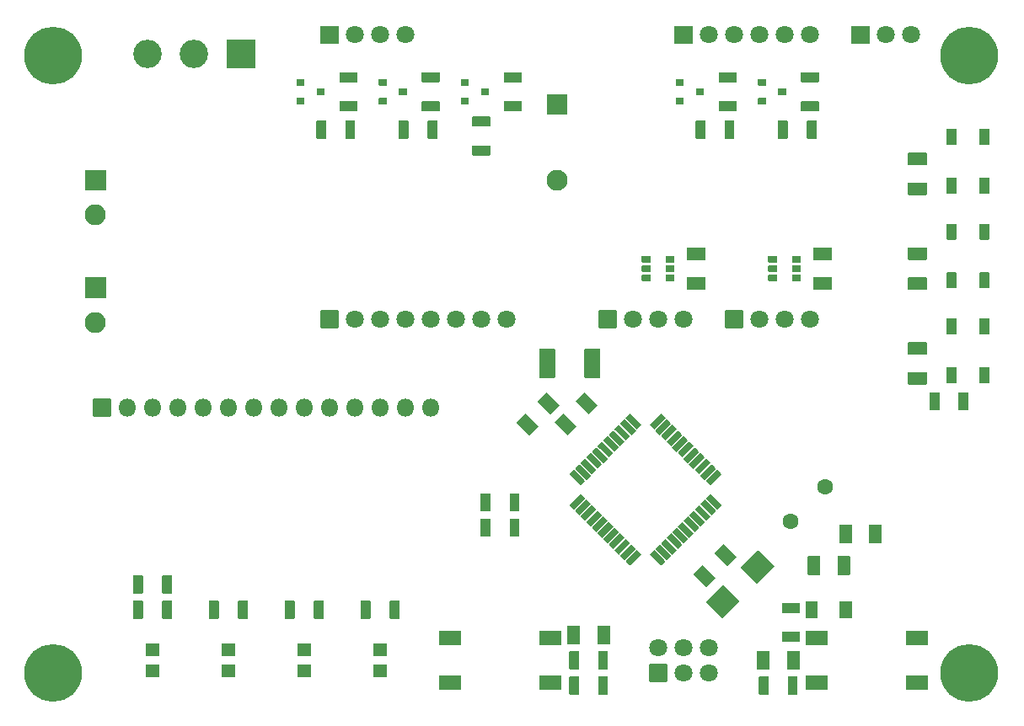
<source format=gts>
G04 #@! TF.GenerationSoftware,KiCad,Pcbnew,(5.1.10)-1*
G04 #@! TF.CreationDate,2021-07-15T20:03:02+02:00*
G04 #@! TF.ProjectId,wobbly,776f6262-6c79-42e6-9b69-6361645f7063,v1.0*
G04 #@! TF.SameCoordinates,Original*
G04 #@! TF.FileFunction,Soldermask,Top*
G04 #@! TF.FilePolarity,Negative*
%FSLAX46Y46*%
G04 Gerber Fmt 4.6, Leading zero omitted, Abs format (unit mm)*
G04 Created by KiCad (PCBNEW (5.1.10)-1) date 2021-07-15 20:03:02*
%MOMM*%
%LPD*%
G01*
G04 APERTURE LIST*
%ADD10O,1.801600X1.801600*%
%ADD11C,5.801600*%
%ADD12C,2.101600*%
%ADD13C,1.601600*%
%ADD14O,2.851600X2.851600*%
%ADD15C,1.801600*%
%ADD16O,2.101600X2.101600*%
%ADD17C,0.100000*%
G04 APERTURE END LIST*
G04 #@! TO.C,SW3*
G36*
G01*
X68194200Y-88620000D02*
X68194200Y-87220000D01*
G75*
G02*
X68245000Y-87169200I50800J0D01*
G01*
X70345000Y-87169200D01*
G75*
G02*
X70395800Y-87220000I0J-50800D01*
G01*
X70395800Y-88620000D01*
G75*
G02*
X70345000Y-88670800I-50800J0D01*
G01*
X68245000Y-88670800D01*
G75*
G02*
X68194200Y-88620000I0J50800D01*
G01*
G37*
G36*
G01*
X68194200Y-93120000D02*
X68194200Y-91720000D01*
G75*
G02*
X68245000Y-91669200I50800J0D01*
G01*
X70345000Y-91669200D01*
G75*
G02*
X70395800Y-91720000I0J-50800D01*
G01*
X70395800Y-93120000D01*
G75*
G02*
X70345000Y-93170800I-50800J0D01*
G01*
X68245000Y-93170800D01*
G75*
G02*
X68194200Y-93120000I0J50800D01*
G01*
G37*
G36*
G01*
X78194200Y-88620000D02*
X78194200Y-87220000D01*
G75*
G02*
X78245000Y-87169200I50800J0D01*
G01*
X80345000Y-87169200D01*
G75*
G02*
X80395800Y-87220000I0J-50800D01*
G01*
X80395800Y-88620000D01*
G75*
G02*
X80345000Y-88670800I-50800J0D01*
G01*
X78245000Y-88670800D01*
G75*
G02*
X78194200Y-88620000I0J50800D01*
G01*
G37*
G36*
G01*
X78194200Y-93120000D02*
X78194200Y-91720000D01*
G75*
G02*
X78245000Y-91669200I50800J0D01*
G01*
X80345000Y-91669200D01*
G75*
G02*
X80395800Y-91720000I0J-50800D01*
G01*
X80395800Y-93120000D01*
G75*
G02*
X80345000Y-93170800I-50800J0D01*
G01*
X78245000Y-93170800D01*
G75*
G02*
X78194200Y-93120000I0J50800D01*
G01*
G37*
G04 #@! TD*
G04 #@! TO.C,SW2*
G36*
G01*
X115024200Y-93120000D02*
X115024200Y-91720000D01*
G75*
G02*
X115075000Y-91669200I50800J0D01*
G01*
X117175000Y-91669200D01*
G75*
G02*
X117225800Y-91720000I0J-50800D01*
G01*
X117225800Y-93120000D01*
G75*
G02*
X117175000Y-93170800I-50800J0D01*
G01*
X115075000Y-93170800D01*
G75*
G02*
X115024200Y-93120000I0J50800D01*
G01*
G37*
G36*
G01*
X115024200Y-88620000D02*
X115024200Y-87220000D01*
G75*
G02*
X115075000Y-87169200I50800J0D01*
G01*
X117175000Y-87169200D01*
G75*
G02*
X117225800Y-87220000I0J-50800D01*
G01*
X117225800Y-88620000D01*
G75*
G02*
X117175000Y-88670800I-50800J0D01*
G01*
X115075000Y-88670800D01*
G75*
G02*
X115024200Y-88620000I0J50800D01*
G01*
G37*
G36*
G01*
X105024200Y-93120000D02*
X105024200Y-91720000D01*
G75*
G02*
X105075000Y-91669200I50800J0D01*
G01*
X107175000Y-91669200D01*
G75*
G02*
X107225800Y-91720000I0J-50800D01*
G01*
X107225800Y-93120000D01*
G75*
G02*
X107175000Y-93170800I-50800J0D01*
G01*
X105075000Y-93170800D01*
G75*
G02*
X105024200Y-93120000I0J50800D01*
G01*
G37*
G36*
G01*
X105024200Y-88620000D02*
X105024200Y-87220000D01*
G75*
G02*
X105075000Y-87169200I50800J0D01*
G01*
X107175000Y-87169200D01*
G75*
G02*
X107225800Y-87220000I0J-50800D01*
G01*
X107225800Y-88620000D01*
G75*
G02*
X107175000Y-88670800I-50800J0D01*
G01*
X105075000Y-88670800D01*
G75*
G02*
X105024200Y-88620000I0J50800D01*
G01*
G37*
G04 #@! TD*
D10*
G04 #@! TO.C,J10*
X67310000Y-64770000D03*
X64770000Y-64770000D03*
X62230000Y-64770000D03*
X59690000Y-64770000D03*
X57150000Y-64770000D03*
X54610000Y-64770000D03*
X52070000Y-64770000D03*
X49530000Y-64770000D03*
X46990000Y-64770000D03*
X44450000Y-64770000D03*
X41910000Y-64770000D03*
X39370000Y-64770000D03*
X36830000Y-64770000D03*
G36*
G01*
X35140000Y-65670800D02*
X33440000Y-65670800D01*
G75*
G02*
X33389200Y-65620000I0J50800D01*
G01*
X33389200Y-63920000D01*
G75*
G02*
X33440000Y-63869200I50800J0D01*
G01*
X35140000Y-63869200D01*
G75*
G02*
X35190800Y-63920000I0J-50800D01*
G01*
X35190800Y-65620000D01*
G75*
G02*
X35140000Y-65670800I-50800J0D01*
G01*
G37*
G04 #@! TD*
D11*
G04 #@! TO.C,H4*
X29400000Y-91400000D03*
G04 #@! TD*
G04 #@! TO.C,H3*
X121400000Y-91400000D03*
G04 #@! TD*
G04 #@! TO.C,H2*
X121400000Y-29400000D03*
G04 #@! TD*
G04 #@! TO.C,H1*
X29400000Y-29400000D03*
G04 #@! TD*
D12*
G04 #@! TO.C,BZ1*
X80010000Y-41890000D03*
G36*
G01*
X79010000Y-33239200D02*
X81010000Y-33239200D01*
G75*
G02*
X81060800Y-33290000I0J-50800D01*
G01*
X81060800Y-35290000D01*
G75*
G02*
X81010000Y-35340800I-50800J0D01*
G01*
X79010000Y-35340800D01*
G75*
G02*
X78959200Y-35290000I0J50800D01*
G01*
X78959200Y-33290000D01*
G75*
G02*
X79010000Y-33239200I50800J0D01*
G01*
G37*
G04 #@! TD*
D13*
G04 #@! TO.C,Y1*
X106955681Y-72749319D03*
X103505000Y-76200000D03*
G04 #@! TD*
G04 #@! TO.C,U5*
G36*
G01*
X103619200Y-52025000D02*
X103619200Y-51475000D01*
G75*
G02*
X103670000Y-51424200I50800J0D01*
G01*
X104470000Y-51424200D01*
G75*
G02*
X104520800Y-51475000I0J-50800D01*
G01*
X104520800Y-52025000D01*
G75*
G02*
X104470000Y-52075800I-50800J0D01*
G01*
X103670000Y-52075800D01*
G75*
G02*
X103619200Y-52025000I0J50800D01*
G01*
G37*
G36*
G01*
X103619200Y-51075000D02*
X103619200Y-50525000D01*
G75*
G02*
X103670000Y-50474200I50800J0D01*
G01*
X104470000Y-50474200D01*
G75*
G02*
X104520800Y-50525000I0J-50800D01*
G01*
X104520800Y-51075000D01*
G75*
G02*
X104470000Y-51125800I-50800J0D01*
G01*
X103670000Y-51125800D01*
G75*
G02*
X103619200Y-51075000I0J50800D01*
G01*
G37*
G36*
G01*
X103619200Y-50125000D02*
X103619200Y-49575000D01*
G75*
G02*
X103670000Y-49524200I50800J0D01*
G01*
X104470000Y-49524200D01*
G75*
G02*
X104520800Y-49575000I0J-50800D01*
G01*
X104520800Y-50125000D01*
G75*
G02*
X104470000Y-50175800I-50800J0D01*
G01*
X103670000Y-50175800D01*
G75*
G02*
X103619200Y-50125000I0J50800D01*
G01*
G37*
G36*
G01*
X101219200Y-52025000D02*
X101219200Y-51475000D01*
G75*
G02*
X101270000Y-51424200I50800J0D01*
G01*
X102070000Y-51424200D01*
G75*
G02*
X102120800Y-51475000I0J-50800D01*
G01*
X102120800Y-52025000D01*
G75*
G02*
X102070000Y-52075800I-50800J0D01*
G01*
X101270000Y-52075800D01*
G75*
G02*
X101219200Y-52025000I0J50800D01*
G01*
G37*
G36*
G01*
X101219200Y-51075000D02*
X101219200Y-50525000D01*
G75*
G02*
X101270000Y-50474200I50800J0D01*
G01*
X102070000Y-50474200D01*
G75*
G02*
X102120800Y-50525000I0J-50800D01*
G01*
X102120800Y-51075000D01*
G75*
G02*
X102070000Y-51125800I-50800J0D01*
G01*
X101270000Y-51125800D01*
G75*
G02*
X101219200Y-51075000I0J50800D01*
G01*
G37*
G36*
G01*
X101219200Y-50125000D02*
X101219200Y-49575000D01*
G75*
G02*
X101270000Y-49524200I50800J0D01*
G01*
X102070000Y-49524200D01*
G75*
G02*
X102120800Y-49575000I0J-50800D01*
G01*
X102120800Y-50125000D01*
G75*
G02*
X102070000Y-50175800I-50800J0D01*
G01*
X101270000Y-50175800D01*
G75*
G02*
X101219200Y-50125000I0J50800D01*
G01*
G37*
G04 #@! TD*
G04 #@! TO.C,U4*
G36*
G01*
X90919200Y-52025000D02*
X90919200Y-51475000D01*
G75*
G02*
X90970000Y-51424200I50800J0D01*
G01*
X91770000Y-51424200D01*
G75*
G02*
X91820800Y-51475000I0J-50800D01*
G01*
X91820800Y-52025000D01*
G75*
G02*
X91770000Y-52075800I-50800J0D01*
G01*
X90970000Y-52075800D01*
G75*
G02*
X90919200Y-52025000I0J50800D01*
G01*
G37*
G36*
G01*
X90919200Y-51075000D02*
X90919200Y-50525000D01*
G75*
G02*
X90970000Y-50474200I50800J0D01*
G01*
X91770000Y-50474200D01*
G75*
G02*
X91820800Y-50525000I0J-50800D01*
G01*
X91820800Y-51075000D01*
G75*
G02*
X91770000Y-51125800I-50800J0D01*
G01*
X90970000Y-51125800D01*
G75*
G02*
X90919200Y-51075000I0J50800D01*
G01*
G37*
G36*
G01*
X90919200Y-50125000D02*
X90919200Y-49575000D01*
G75*
G02*
X90970000Y-49524200I50800J0D01*
G01*
X91770000Y-49524200D01*
G75*
G02*
X91820800Y-49575000I0J-50800D01*
G01*
X91820800Y-50125000D01*
G75*
G02*
X91770000Y-50175800I-50800J0D01*
G01*
X90970000Y-50175800D01*
G75*
G02*
X90919200Y-50125000I0J50800D01*
G01*
G37*
G36*
G01*
X88519200Y-52025000D02*
X88519200Y-51475000D01*
G75*
G02*
X88570000Y-51424200I50800J0D01*
G01*
X89370000Y-51424200D01*
G75*
G02*
X89420800Y-51475000I0J-50800D01*
G01*
X89420800Y-52025000D01*
G75*
G02*
X89370000Y-52075800I-50800J0D01*
G01*
X88570000Y-52075800D01*
G75*
G02*
X88519200Y-52025000I0J50800D01*
G01*
G37*
G36*
G01*
X88519200Y-51075000D02*
X88519200Y-50525000D01*
G75*
G02*
X88570000Y-50474200I50800J0D01*
G01*
X89370000Y-50474200D01*
G75*
G02*
X89420800Y-50525000I0J-50800D01*
G01*
X89420800Y-51075000D01*
G75*
G02*
X89370000Y-51125800I-50800J0D01*
G01*
X88570000Y-51125800D01*
G75*
G02*
X88519200Y-51075000I0J50800D01*
G01*
G37*
G36*
G01*
X88519200Y-50125000D02*
X88519200Y-49575000D01*
G75*
G02*
X88570000Y-49524200I50800J0D01*
G01*
X89370000Y-49524200D01*
G75*
G02*
X89420800Y-49575000I0J-50800D01*
G01*
X89420800Y-50125000D01*
G75*
G02*
X89370000Y-50175800I-50800J0D01*
G01*
X88570000Y-50175800D01*
G75*
G02*
X88519200Y-50125000I0J50800D01*
G01*
G37*
G04 #@! TD*
G04 #@! TO.C,U3*
G36*
G01*
X85063380Y-78381899D02*
X84674472Y-77992991D01*
G75*
G02*
X84674472Y-77921149I35921J35921D01*
G01*
X85735132Y-76860489D01*
G75*
G02*
X85806974Y-76860489I35921J-35921D01*
G01*
X86195882Y-77249397D01*
G75*
G02*
X86195882Y-77321239I-35921J-35921D01*
G01*
X85135222Y-78381899D01*
G75*
G02*
X85063380Y-78381899I-35921J35921D01*
G01*
G37*
G36*
G01*
X86194751Y-79513270D02*
X85805843Y-79124362D01*
G75*
G02*
X85805843Y-79052520I35921J35921D01*
G01*
X86866503Y-77991860D01*
G75*
G02*
X86938345Y-77991860I35921J-35921D01*
G01*
X87327253Y-78380768D01*
G75*
G02*
X87327253Y-78452610I-35921J-35921D01*
G01*
X86266593Y-79513270D01*
G75*
G02*
X86194751Y-79513270I-35921J35921D01*
G01*
G37*
G36*
G01*
X86760436Y-80078955D02*
X86371528Y-79690047D01*
G75*
G02*
X86371528Y-79618205I35921J35921D01*
G01*
X87432188Y-78557545D01*
G75*
G02*
X87504030Y-78557545I35921J-35921D01*
G01*
X87892938Y-78946453D01*
G75*
G02*
X87892938Y-79018295I-35921J-35921D01*
G01*
X86832278Y-80078955D01*
G75*
G02*
X86760436Y-80078955I-35921J35921D01*
G01*
G37*
G36*
G01*
X83366323Y-76684843D02*
X82977415Y-76295935D01*
G75*
G02*
X82977415Y-76224093I35921J35921D01*
G01*
X84038075Y-75163433D01*
G75*
G02*
X84109917Y-75163433I35921J-35921D01*
G01*
X84498825Y-75552341D01*
G75*
G02*
X84498825Y-75624183I-35921J-35921D01*
G01*
X83438165Y-76684843D01*
G75*
G02*
X83366323Y-76684843I-35921J35921D01*
G01*
G37*
G36*
G01*
X82234953Y-75553472D02*
X81846045Y-75164564D01*
G75*
G02*
X81846045Y-75092722I35921J35921D01*
G01*
X82906705Y-74032062D01*
G75*
G02*
X82978547Y-74032062I35921J-35921D01*
G01*
X83367455Y-74420970D01*
G75*
G02*
X83367455Y-74492812I-35921J-35921D01*
G01*
X82306795Y-75553472D01*
G75*
G02*
X82234953Y-75553472I-35921J35921D01*
G01*
G37*
G36*
G01*
X84497694Y-77816214D02*
X84108786Y-77427306D01*
G75*
G02*
X84108786Y-77355464I35921J35921D01*
G01*
X85169446Y-76294804D01*
G75*
G02*
X85241288Y-76294804I35921J-35921D01*
G01*
X85630196Y-76683712D01*
G75*
G02*
X85630196Y-76755554I-35921J-35921D01*
G01*
X84569536Y-77816214D01*
G75*
G02*
X84497694Y-77816214I-35921J35921D01*
G01*
G37*
G36*
G01*
X85629065Y-78947585D02*
X85240157Y-78558677D01*
G75*
G02*
X85240157Y-78486835I35921J35921D01*
G01*
X86300817Y-77426175D01*
G75*
G02*
X86372659Y-77426175I35921J-35921D01*
G01*
X86761567Y-77815083D01*
G75*
G02*
X86761567Y-77886925I-35921J-35921D01*
G01*
X85700907Y-78947585D01*
G75*
G02*
X85629065Y-78947585I-35921J35921D01*
G01*
G37*
G36*
G01*
X83932009Y-77250528D02*
X83543101Y-76861620D01*
G75*
G02*
X83543101Y-76789778I35921J35921D01*
G01*
X84603761Y-75729118D01*
G75*
G02*
X84675603Y-75729118I35921J-35921D01*
G01*
X85064511Y-76118026D01*
G75*
G02*
X85064511Y-76189868I-35921J-35921D01*
G01*
X84003851Y-77250528D01*
G75*
G02*
X83932009Y-77250528I-35921J35921D01*
G01*
G37*
G36*
G01*
X81669267Y-74987787D02*
X81280359Y-74598879D01*
G75*
G02*
X81280359Y-74527037I35921J35921D01*
G01*
X82341019Y-73466377D01*
G75*
G02*
X82412861Y-73466377I35921J-35921D01*
G01*
X82801769Y-73855285D01*
G75*
G02*
X82801769Y-73927127I-35921J-35921D01*
G01*
X81741109Y-74987787D01*
G75*
G02*
X81669267Y-74987787I-35921J35921D01*
G01*
G37*
G36*
G01*
X87326121Y-80644641D02*
X86937213Y-80255733D01*
G75*
G02*
X86937213Y-80183891I35921J35921D01*
G01*
X87997873Y-79123231D01*
G75*
G02*
X88069715Y-79123231I35921J-35921D01*
G01*
X88458623Y-79512139D01*
G75*
G02*
X88458623Y-79583981I-35921J-35921D01*
G01*
X87397963Y-80644641D01*
G75*
G02*
X87326121Y-80644641I-35921J35921D01*
G01*
G37*
G36*
G01*
X82800638Y-76119157D02*
X82411730Y-75730249D01*
G75*
G02*
X82411730Y-75658407I35921J35921D01*
G01*
X83472390Y-74597747D01*
G75*
G02*
X83544232Y-74597747I35921J-35921D01*
G01*
X83933140Y-74986655D01*
G75*
G02*
X83933140Y-75058497I-35921J-35921D01*
G01*
X82872480Y-76119157D01*
G75*
G02*
X82800638Y-76119157I-35921J35921D01*
G01*
G37*
G36*
G01*
X95387139Y-72583623D02*
X94998231Y-72194715D01*
G75*
G02*
X94998231Y-72122873I35921J35921D01*
G01*
X96058891Y-71062213D01*
G75*
G02*
X96130733Y-71062213I35921J-35921D01*
G01*
X96519641Y-71451121D01*
G75*
G02*
X96519641Y-71522963I-35921J-35921D01*
G01*
X95458981Y-72583623D01*
G75*
G02*
X95387139Y-72583623I-35921J35921D01*
G01*
G37*
G36*
G01*
X93690083Y-70886567D02*
X93301175Y-70497659D01*
G75*
G02*
X93301175Y-70425817I35921J35921D01*
G01*
X94361835Y-69365157D01*
G75*
G02*
X94433677Y-69365157I35921J-35921D01*
G01*
X94822585Y-69754065D01*
G75*
G02*
X94822585Y-69825907I-35921J-35921D01*
G01*
X93761925Y-70886567D01*
G75*
G02*
X93690083Y-70886567I-35921J35921D01*
G01*
G37*
G36*
G01*
X90295970Y-67492455D02*
X89907062Y-67103547D01*
G75*
G02*
X89907062Y-67031705I35921J35921D01*
G01*
X90967722Y-65971045D01*
G75*
G02*
X91039564Y-65971045I35921J-35921D01*
G01*
X91428472Y-66359953D01*
G75*
G02*
X91428472Y-66431795I-35921J-35921D01*
G01*
X90367812Y-67492455D01*
G75*
G02*
X90295970Y-67492455I-35921J35921D01*
G01*
G37*
G36*
G01*
X91427341Y-68623825D02*
X91038433Y-68234917D01*
G75*
G02*
X91038433Y-68163075I35921J35921D01*
G01*
X92099093Y-67102415D01*
G75*
G02*
X92170935Y-67102415I35921J-35921D01*
G01*
X92559843Y-67491323D01*
G75*
G02*
X92559843Y-67563165I-35921J-35921D01*
G01*
X91499183Y-68623825D01*
G75*
G02*
X91427341Y-68623825I-35921J35921D01*
G01*
G37*
G36*
G01*
X92558712Y-69755196D02*
X92169804Y-69366288D01*
G75*
G02*
X92169804Y-69294446I35921J35921D01*
G01*
X93230464Y-68233786D01*
G75*
G02*
X93302306Y-68233786I35921J-35921D01*
G01*
X93691214Y-68622694D01*
G75*
G02*
X93691214Y-68694536I-35921J-35921D01*
G01*
X92630554Y-69755196D01*
G75*
G02*
X92558712Y-69755196I-35921J35921D01*
G01*
G37*
G36*
G01*
X94821453Y-72017938D02*
X94432545Y-71629030D01*
G75*
G02*
X94432545Y-71557188I35921J35921D01*
G01*
X95493205Y-70496528D01*
G75*
G02*
X95565047Y-70496528I35921J-35921D01*
G01*
X95953955Y-70885436D01*
G75*
G02*
X95953955Y-70957278I-35921J-35921D01*
G01*
X94893295Y-72017938D01*
G75*
G02*
X94821453Y-72017938I-35921J35921D01*
G01*
G37*
G36*
G01*
X89730285Y-66926769D02*
X89341377Y-66537861D01*
G75*
G02*
X89341377Y-66466019I35921J35921D01*
G01*
X90402037Y-65405359D01*
G75*
G02*
X90473879Y-65405359I35921J-35921D01*
G01*
X90862787Y-65794267D01*
G75*
G02*
X90862787Y-65866109I-35921J-35921D01*
G01*
X89802127Y-66926769D01*
G75*
G02*
X89730285Y-66926769I-35921J35921D01*
G01*
G37*
G36*
G01*
X90861655Y-68058140D02*
X90472747Y-67669232D01*
G75*
G02*
X90472747Y-67597390I35921J35921D01*
G01*
X91533407Y-66536730D01*
G75*
G02*
X91605249Y-66536730I35921J-35921D01*
G01*
X91994157Y-66925638D01*
G75*
G02*
X91994157Y-66997480I-35921J-35921D01*
G01*
X90933497Y-68058140D01*
G75*
G02*
X90861655Y-68058140I-35921J35921D01*
G01*
G37*
G36*
G01*
X93124397Y-70320882D02*
X92735489Y-69931974D01*
G75*
G02*
X92735489Y-69860132I35921J35921D01*
G01*
X93796149Y-68799472D01*
G75*
G02*
X93867991Y-68799472I35921J-35921D01*
G01*
X94256899Y-69188380D01*
G75*
G02*
X94256899Y-69260222I-35921J-35921D01*
G01*
X93196239Y-70320882D01*
G75*
G02*
X93124397Y-70320882I-35921J35921D01*
G01*
G37*
G36*
G01*
X91993026Y-69189511D02*
X91604118Y-68800603D01*
G75*
G02*
X91604118Y-68728761I35921J35921D01*
G01*
X92664778Y-67668101D01*
G75*
G02*
X92736620Y-67668101I35921J-35921D01*
G01*
X93125528Y-68057009D01*
G75*
G02*
X93125528Y-68128851I-35921J-35921D01*
G01*
X92064868Y-69189511D01*
G75*
G02*
X91993026Y-69189511I-35921J35921D01*
G01*
G37*
G36*
G01*
X94255768Y-71452253D02*
X93866860Y-71063345D01*
G75*
G02*
X93866860Y-70991503I35921J35921D01*
G01*
X94927520Y-69930843D01*
G75*
G02*
X94999362Y-69930843I35921J-35921D01*
G01*
X95388270Y-70319751D01*
G75*
G02*
X95388270Y-70391593I-35921J-35921D01*
G01*
X94327610Y-71452253D01*
G75*
G02*
X94255768Y-71452253I-35921J35921D01*
G01*
G37*
G36*
G01*
X88458623Y-66537861D02*
X88069715Y-66926769D01*
G75*
G02*
X87997873Y-66926769I-35921J35921D01*
G01*
X86937213Y-65866109D01*
G75*
G02*
X86937213Y-65794267I35921J35921D01*
G01*
X87326121Y-65405359D01*
G75*
G02*
X87397963Y-65405359I35921J-35921D01*
G01*
X88458623Y-66466019D01*
G75*
G02*
X88458623Y-66537861I-35921J-35921D01*
G01*
G37*
G36*
G01*
X86761567Y-68234917D02*
X86372659Y-68623825D01*
G75*
G02*
X86300817Y-68623825I-35921J35921D01*
G01*
X85240157Y-67563165D01*
G75*
G02*
X85240157Y-67491323I35921J35921D01*
G01*
X85629065Y-67102415D01*
G75*
G02*
X85700907Y-67102415I35921J-35921D01*
G01*
X86761567Y-68163075D01*
G75*
G02*
X86761567Y-68234917I-35921J-35921D01*
G01*
G37*
G36*
G01*
X83367455Y-71629030D02*
X82978547Y-72017938D01*
G75*
G02*
X82906705Y-72017938I-35921J35921D01*
G01*
X81846045Y-70957278D01*
G75*
G02*
X81846045Y-70885436I35921J35921D01*
G01*
X82234953Y-70496528D01*
G75*
G02*
X82306795Y-70496528I35921J-35921D01*
G01*
X83367455Y-71557188D01*
G75*
G02*
X83367455Y-71629030I-35921J-35921D01*
G01*
G37*
G36*
G01*
X84498825Y-70497659D02*
X84109917Y-70886567D01*
G75*
G02*
X84038075Y-70886567I-35921J35921D01*
G01*
X82977415Y-69825907D01*
G75*
G02*
X82977415Y-69754065I35921J35921D01*
G01*
X83366323Y-69365157D01*
G75*
G02*
X83438165Y-69365157I35921J-35921D01*
G01*
X84498825Y-70425817D01*
G75*
G02*
X84498825Y-70497659I-35921J-35921D01*
G01*
G37*
G36*
G01*
X85630196Y-69366288D02*
X85241288Y-69755196D01*
G75*
G02*
X85169446Y-69755196I-35921J35921D01*
G01*
X84108786Y-68694536D01*
G75*
G02*
X84108786Y-68622694I35921J35921D01*
G01*
X84497694Y-68233786D01*
G75*
G02*
X84569536Y-68233786I35921J-35921D01*
G01*
X85630196Y-69294446D01*
G75*
G02*
X85630196Y-69366288I-35921J-35921D01*
G01*
G37*
G36*
G01*
X87892938Y-67103547D02*
X87504030Y-67492455D01*
G75*
G02*
X87432188Y-67492455I-35921J35921D01*
G01*
X86371528Y-66431795D01*
G75*
G02*
X86371528Y-66359953I35921J35921D01*
G01*
X86760436Y-65971045D01*
G75*
G02*
X86832278Y-65971045I35921J-35921D01*
G01*
X87892938Y-67031705D01*
G75*
G02*
X87892938Y-67103547I-35921J-35921D01*
G01*
G37*
G36*
G01*
X82801769Y-72194715D02*
X82412861Y-72583623D01*
G75*
G02*
X82341019Y-72583623I-35921J35921D01*
G01*
X81280359Y-71522963D01*
G75*
G02*
X81280359Y-71451121I35921J35921D01*
G01*
X81669267Y-71062213D01*
G75*
G02*
X81741109Y-71062213I35921J-35921D01*
G01*
X82801769Y-72122873D01*
G75*
G02*
X82801769Y-72194715I-35921J-35921D01*
G01*
G37*
G36*
G01*
X83933140Y-71063345D02*
X83544232Y-71452253D01*
G75*
G02*
X83472390Y-71452253I-35921J35921D01*
G01*
X82411730Y-70391593D01*
G75*
G02*
X82411730Y-70319751I35921J35921D01*
G01*
X82800638Y-69930843D01*
G75*
G02*
X82872480Y-69930843I35921J-35921D01*
G01*
X83933140Y-70991503D01*
G75*
G02*
X83933140Y-71063345I-35921J-35921D01*
G01*
G37*
G36*
G01*
X86195882Y-68800603D02*
X85806974Y-69189511D01*
G75*
G02*
X85735132Y-69189511I-35921J35921D01*
G01*
X84674472Y-68128851D01*
G75*
G02*
X84674472Y-68057009I35921J35921D01*
G01*
X85063380Y-67668101D01*
G75*
G02*
X85135222Y-67668101I35921J-35921D01*
G01*
X86195882Y-68728761D01*
G75*
G02*
X86195882Y-68800603I-35921J-35921D01*
G01*
G37*
G36*
G01*
X85064511Y-69931974D02*
X84675603Y-70320882D01*
G75*
G02*
X84603761Y-70320882I-35921J35921D01*
G01*
X83543101Y-69260222D01*
G75*
G02*
X83543101Y-69188380I35921J35921D01*
G01*
X83932009Y-68799472D01*
G75*
G02*
X84003851Y-68799472I35921J-35921D01*
G01*
X85064511Y-69860132D01*
G75*
G02*
X85064511Y-69931974I-35921J-35921D01*
G01*
G37*
G36*
G01*
X87327253Y-67669232D02*
X86938345Y-68058140D01*
G75*
G02*
X86866503Y-68058140I-35921J35921D01*
G01*
X85805843Y-66997480D01*
G75*
G02*
X85805843Y-66925638I35921J35921D01*
G01*
X86194751Y-66536730D01*
G75*
G02*
X86266593Y-66536730I35921J-35921D01*
G01*
X87327253Y-67597390D01*
G75*
G02*
X87327253Y-67669232I-35921J-35921D01*
G01*
G37*
G36*
G01*
X96519641Y-74598879D02*
X96130733Y-74987787D01*
G75*
G02*
X96058891Y-74987787I-35921J35921D01*
G01*
X94998231Y-73927127D01*
G75*
G02*
X94998231Y-73855285I35921J35921D01*
G01*
X95387139Y-73466377D01*
G75*
G02*
X95458981Y-73466377I35921J-35921D01*
G01*
X96519641Y-74527037D01*
G75*
G02*
X96519641Y-74598879I-35921J-35921D01*
G01*
G37*
G36*
G01*
X95953955Y-75164564D02*
X95565047Y-75553472D01*
G75*
G02*
X95493205Y-75553472I-35921J35921D01*
G01*
X94432545Y-74492812D01*
G75*
G02*
X94432545Y-74420970I35921J35921D01*
G01*
X94821453Y-74032062D01*
G75*
G02*
X94893295Y-74032062I35921J-35921D01*
G01*
X95953955Y-75092722D01*
G75*
G02*
X95953955Y-75164564I-35921J-35921D01*
G01*
G37*
G36*
G01*
X95388270Y-75730249D02*
X94999362Y-76119157D01*
G75*
G02*
X94927520Y-76119157I-35921J35921D01*
G01*
X93866860Y-75058497D01*
G75*
G02*
X93866860Y-74986655I35921J35921D01*
G01*
X94255768Y-74597747D01*
G75*
G02*
X94327610Y-74597747I35921J-35921D01*
G01*
X95388270Y-75658407D01*
G75*
G02*
X95388270Y-75730249I-35921J-35921D01*
G01*
G37*
G36*
G01*
X94822585Y-76295935D02*
X94433677Y-76684843D01*
G75*
G02*
X94361835Y-76684843I-35921J35921D01*
G01*
X93301175Y-75624183D01*
G75*
G02*
X93301175Y-75552341I35921J35921D01*
G01*
X93690083Y-75163433D01*
G75*
G02*
X93761925Y-75163433I35921J-35921D01*
G01*
X94822585Y-76224093D01*
G75*
G02*
X94822585Y-76295935I-35921J-35921D01*
G01*
G37*
G36*
G01*
X94256899Y-76861620D02*
X93867991Y-77250528D01*
G75*
G02*
X93796149Y-77250528I-35921J35921D01*
G01*
X92735489Y-76189868D01*
G75*
G02*
X92735489Y-76118026I35921J35921D01*
G01*
X93124397Y-75729118D01*
G75*
G02*
X93196239Y-75729118I35921J-35921D01*
G01*
X94256899Y-76789778D01*
G75*
G02*
X94256899Y-76861620I-35921J-35921D01*
G01*
G37*
G36*
G01*
X93691214Y-77427306D02*
X93302306Y-77816214D01*
G75*
G02*
X93230464Y-77816214I-35921J35921D01*
G01*
X92169804Y-76755554D01*
G75*
G02*
X92169804Y-76683712I35921J35921D01*
G01*
X92558712Y-76294804D01*
G75*
G02*
X92630554Y-76294804I35921J-35921D01*
G01*
X93691214Y-77355464D01*
G75*
G02*
X93691214Y-77427306I-35921J-35921D01*
G01*
G37*
G36*
G01*
X93125528Y-77992991D02*
X92736620Y-78381899D01*
G75*
G02*
X92664778Y-78381899I-35921J35921D01*
G01*
X91604118Y-77321239D01*
G75*
G02*
X91604118Y-77249397I35921J35921D01*
G01*
X91993026Y-76860489D01*
G75*
G02*
X92064868Y-76860489I35921J-35921D01*
G01*
X93125528Y-77921149D01*
G75*
G02*
X93125528Y-77992991I-35921J-35921D01*
G01*
G37*
G36*
G01*
X92559843Y-78558677D02*
X92170935Y-78947585D01*
G75*
G02*
X92099093Y-78947585I-35921J35921D01*
G01*
X91038433Y-77886925D01*
G75*
G02*
X91038433Y-77815083I35921J35921D01*
G01*
X91427341Y-77426175D01*
G75*
G02*
X91499183Y-77426175I35921J-35921D01*
G01*
X92559843Y-78486835D01*
G75*
G02*
X92559843Y-78558677I-35921J-35921D01*
G01*
G37*
G36*
G01*
X91994157Y-79124362D02*
X91605249Y-79513270D01*
G75*
G02*
X91533407Y-79513270I-35921J35921D01*
G01*
X90472747Y-78452610D01*
G75*
G02*
X90472747Y-78380768I35921J35921D01*
G01*
X90861655Y-77991860D01*
G75*
G02*
X90933497Y-77991860I35921J-35921D01*
G01*
X91994157Y-79052520D01*
G75*
G02*
X91994157Y-79124362I-35921J-35921D01*
G01*
G37*
G36*
G01*
X91428472Y-79690047D02*
X91039564Y-80078955D01*
G75*
G02*
X90967722Y-80078955I-35921J35921D01*
G01*
X89907062Y-79018295D01*
G75*
G02*
X89907062Y-78946453I35921J35921D01*
G01*
X90295970Y-78557545D01*
G75*
G02*
X90367812Y-78557545I35921J-35921D01*
G01*
X91428472Y-79618205D01*
G75*
G02*
X91428472Y-79690047I-35921J-35921D01*
G01*
G37*
G36*
G01*
X90862787Y-80255733D02*
X90473879Y-80644641D01*
G75*
G02*
X90402037Y-80644641I-35921J35921D01*
G01*
X89341377Y-79583981D01*
G75*
G02*
X89341377Y-79512139I35921J35921D01*
G01*
X89730285Y-79123231D01*
G75*
G02*
X89802127Y-79123231I35921J-35921D01*
G01*
X90862787Y-80183891D01*
G75*
G02*
X90862787Y-80255733I-35921J-35921D01*
G01*
G37*
G04 #@! TD*
D14*
G04 #@! TO.C,SW1*
X38860000Y-29210000D03*
X43560000Y-29210000D03*
G36*
G01*
X49635000Y-30635800D02*
X46885000Y-30635800D01*
G75*
G02*
X46834200Y-30585000I0J50800D01*
G01*
X46834200Y-27835000D01*
G75*
G02*
X46885000Y-27784200I50800J0D01*
G01*
X49635000Y-27784200D01*
G75*
G02*
X49685800Y-27835000I0J-50800D01*
G01*
X49685800Y-30585000D01*
G75*
G02*
X49635000Y-30635800I-50800J0D01*
G01*
G37*
G04 #@! TD*
G04 #@! TO.C,R25*
G36*
G01*
X68160000Y-32070800D02*
X66460000Y-32070800D01*
G75*
G02*
X66409200Y-32020000I0J50800D01*
G01*
X66409200Y-31120000D01*
G75*
G02*
X66460000Y-31069200I50800J0D01*
G01*
X68160000Y-31069200D01*
G75*
G02*
X68210800Y-31120000I0J-50800D01*
G01*
X68210800Y-32020000D01*
G75*
G02*
X68160000Y-32070800I-50800J0D01*
G01*
G37*
G36*
G01*
X68160000Y-34970800D02*
X66460000Y-34970800D01*
G75*
G02*
X66409200Y-34920000I0J50800D01*
G01*
X66409200Y-34020000D01*
G75*
G02*
X66460000Y-33969200I50800J0D01*
G01*
X68160000Y-33969200D01*
G75*
G02*
X68210800Y-34020000I0J-50800D01*
G01*
X68210800Y-34920000D01*
G75*
G02*
X68160000Y-34970800I-50800J0D01*
G01*
G37*
G04 #@! TD*
G04 #@! TO.C,R24*
G36*
G01*
X59905000Y-34970800D02*
X58205000Y-34970800D01*
G75*
G02*
X58154200Y-34920000I0J50800D01*
G01*
X58154200Y-34020000D01*
G75*
G02*
X58205000Y-33969200I50800J0D01*
G01*
X59905000Y-33969200D01*
G75*
G02*
X59955800Y-34020000I0J-50800D01*
G01*
X59955800Y-34920000D01*
G75*
G02*
X59905000Y-34970800I-50800J0D01*
G01*
G37*
G36*
G01*
X59905000Y-32070800D02*
X58205000Y-32070800D01*
G75*
G02*
X58154200Y-32020000I0J50800D01*
G01*
X58154200Y-31120000D01*
G75*
G02*
X58205000Y-31069200I50800J0D01*
G01*
X59905000Y-31069200D01*
G75*
G02*
X59955800Y-31120000I0J-50800D01*
G01*
X59955800Y-32020000D01*
G75*
G02*
X59905000Y-32070800I-50800J0D01*
G01*
G37*
G04 #@! TD*
G04 #@! TO.C,R23*
G36*
G01*
X65090800Y-35980000D02*
X65090800Y-37680000D01*
G75*
G02*
X65040000Y-37730800I-50800J0D01*
G01*
X64140000Y-37730800D01*
G75*
G02*
X64089200Y-37680000I0J50800D01*
G01*
X64089200Y-35980000D01*
G75*
G02*
X64140000Y-35929200I50800J0D01*
G01*
X65040000Y-35929200D01*
G75*
G02*
X65090800Y-35980000I0J-50800D01*
G01*
G37*
G36*
G01*
X67990800Y-35980000D02*
X67990800Y-37680000D01*
G75*
G02*
X67940000Y-37730800I-50800J0D01*
G01*
X67040000Y-37730800D01*
G75*
G02*
X66989200Y-37680000I0J50800D01*
G01*
X66989200Y-35980000D01*
G75*
G02*
X67040000Y-35929200I50800J0D01*
G01*
X67940000Y-35929200D01*
G75*
G02*
X67990800Y-35980000I0J-50800D01*
G01*
G37*
G04 #@! TD*
G04 #@! TO.C,R22*
G36*
G01*
X59735800Y-35980000D02*
X59735800Y-37680000D01*
G75*
G02*
X59685000Y-37730800I-50800J0D01*
G01*
X58785000Y-37730800D01*
G75*
G02*
X58734200Y-37680000I0J50800D01*
G01*
X58734200Y-35980000D01*
G75*
G02*
X58785000Y-35929200I50800J0D01*
G01*
X59685000Y-35929200D01*
G75*
G02*
X59735800Y-35980000I0J-50800D01*
G01*
G37*
G36*
G01*
X56835800Y-35980000D02*
X56835800Y-37680000D01*
G75*
G02*
X56785000Y-37730800I-50800J0D01*
G01*
X55885000Y-37730800D01*
G75*
G02*
X55834200Y-37680000I0J50800D01*
G01*
X55834200Y-35980000D01*
G75*
G02*
X55885000Y-35929200I50800J0D01*
G01*
X56785000Y-35929200D01*
G75*
G02*
X56835800Y-35980000I0J-50800D01*
G01*
G37*
G04 #@! TD*
G04 #@! TO.C,R21*
G36*
G01*
X53660800Y-84240000D02*
X53660800Y-85940000D01*
G75*
G02*
X53610000Y-85990800I-50800J0D01*
G01*
X52710000Y-85990800D01*
G75*
G02*
X52659200Y-85940000I0J50800D01*
G01*
X52659200Y-84240000D01*
G75*
G02*
X52710000Y-84189200I50800J0D01*
G01*
X53610000Y-84189200D01*
G75*
G02*
X53660800Y-84240000I0J-50800D01*
G01*
G37*
G36*
G01*
X56560800Y-84240000D02*
X56560800Y-85940000D01*
G75*
G02*
X56510000Y-85990800I-50800J0D01*
G01*
X55610000Y-85990800D01*
G75*
G02*
X55559200Y-85940000I0J50800D01*
G01*
X55559200Y-84240000D01*
G75*
G02*
X55610000Y-84189200I50800J0D01*
G01*
X56510000Y-84189200D01*
G75*
G02*
X56560800Y-84240000I0J-50800D01*
G01*
G37*
G04 #@! TD*
G04 #@! TO.C,R20*
G36*
G01*
X98005000Y-34970800D02*
X96305000Y-34970800D01*
G75*
G02*
X96254200Y-34920000I0J50800D01*
G01*
X96254200Y-34020000D01*
G75*
G02*
X96305000Y-33969200I50800J0D01*
G01*
X98005000Y-33969200D01*
G75*
G02*
X98055800Y-34020000I0J-50800D01*
G01*
X98055800Y-34920000D01*
G75*
G02*
X98005000Y-34970800I-50800J0D01*
G01*
G37*
G36*
G01*
X98005000Y-32070800D02*
X96305000Y-32070800D01*
G75*
G02*
X96254200Y-32020000I0J50800D01*
G01*
X96254200Y-31120000D01*
G75*
G02*
X96305000Y-31069200I50800J0D01*
G01*
X98005000Y-31069200D01*
G75*
G02*
X98055800Y-31120000I0J-50800D01*
G01*
X98055800Y-32020000D01*
G75*
G02*
X98005000Y-32070800I-50800J0D01*
G01*
G37*
G04 #@! TD*
G04 #@! TO.C,R19*
G36*
G01*
X106260000Y-34970800D02*
X104560000Y-34970800D01*
G75*
G02*
X104509200Y-34920000I0J50800D01*
G01*
X104509200Y-34020000D01*
G75*
G02*
X104560000Y-33969200I50800J0D01*
G01*
X106260000Y-33969200D01*
G75*
G02*
X106310800Y-34020000I0J-50800D01*
G01*
X106310800Y-34920000D01*
G75*
G02*
X106260000Y-34970800I-50800J0D01*
G01*
G37*
G36*
G01*
X106260000Y-32070800D02*
X104560000Y-32070800D01*
G75*
G02*
X104509200Y-32020000I0J50800D01*
G01*
X104509200Y-31120000D01*
G75*
G02*
X104560000Y-31069200I50800J0D01*
G01*
X106260000Y-31069200D01*
G75*
G02*
X106310800Y-31120000I0J-50800D01*
G01*
X106310800Y-32020000D01*
G75*
G02*
X106260000Y-32070800I-50800J0D01*
G01*
G37*
G04 #@! TD*
G04 #@! TO.C,R18*
G36*
G01*
X97835800Y-35980000D02*
X97835800Y-37680000D01*
G75*
G02*
X97785000Y-37730800I-50800J0D01*
G01*
X96885000Y-37730800D01*
G75*
G02*
X96834200Y-37680000I0J50800D01*
G01*
X96834200Y-35980000D01*
G75*
G02*
X96885000Y-35929200I50800J0D01*
G01*
X97785000Y-35929200D01*
G75*
G02*
X97835800Y-35980000I0J-50800D01*
G01*
G37*
G36*
G01*
X94935800Y-35980000D02*
X94935800Y-37680000D01*
G75*
G02*
X94885000Y-37730800I-50800J0D01*
G01*
X93985000Y-37730800D01*
G75*
G02*
X93934200Y-37680000I0J50800D01*
G01*
X93934200Y-35980000D01*
G75*
G02*
X93985000Y-35929200I50800J0D01*
G01*
X94885000Y-35929200D01*
G75*
G02*
X94935800Y-35980000I0J-50800D01*
G01*
G37*
G04 #@! TD*
G04 #@! TO.C,R17*
G36*
G01*
X106090800Y-35980000D02*
X106090800Y-37680000D01*
G75*
G02*
X106040000Y-37730800I-50800J0D01*
G01*
X105140000Y-37730800D01*
G75*
G02*
X105089200Y-37680000I0J50800D01*
G01*
X105089200Y-35980000D01*
G75*
G02*
X105140000Y-35929200I50800J0D01*
G01*
X106040000Y-35929200D01*
G75*
G02*
X106090800Y-35980000I0J-50800D01*
G01*
G37*
G36*
G01*
X103190800Y-35980000D02*
X103190800Y-37680000D01*
G75*
G02*
X103140000Y-37730800I-50800J0D01*
G01*
X102240000Y-37730800D01*
G75*
G02*
X102189200Y-37680000I0J50800D01*
G01*
X102189200Y-35980000D01*
G75*
G02*
X102240000Y-35929200I50800J0D01*
G01*
X103140000Y-35929200D01*
G75*
G02*
X103190800Y-35980000I0J-50800D01*
G01*
G37*
G04 #@! TD*
G04 #@! TO.C,R16*
G36*
G01*
X118430800Y-63285000D02*
X118430800Y-64985000D01*
G75*
G02*
X118380000Y-65035800I-50800J0D01*
G01*
X117480000Y-65035800D01*
G75*
G02*
X117429200Y-64985000I0J50800D01*
G01*
X117429200Y-63285000D01*
G75*
G02*
X117480000Y-63234200I50800J0D01*
G01*
X118380000Y-63234200D01*
G75*
G02*
X118430800Y-63285000I0J-50800D01*
G01*
G37*
G36*
G01*
X121330800Y-63285000D02*
X121330800Y-64985000D01*
G75*
G02*
X121280000Y-65035800I-50800J0D01*
G01*
X120380000Y-65035800D01*
G75*
G02*
X120329200Y-64985000I0J50800D01*
G01*
X120329200Y-63285000D01*
G75*
G02*
X120380000Y-63234200I50800J0D01*
G01*
X121280000Y-63234200D01*
G75*
G02*
X121330800Y-63285000I0J-50800D01*
G01*
G37*
G04 #@! TD*
G04 #@! TO.C,R15*
G36*
G01*
X73240000Y-36515800D02*
X71540000Y-36515800D01*
G75*
G02*
X71489200Y-36465000I0J50800D01*
G01*
X71489200Y-35565000D01*
G75*
G02*
X71540000Y-35514200I50800J0D01*
G01*
X73240000Y-35514200D01*
G75*
G02*
X73290800Y-35565000I0J-50800D01*
G01*
X73290800Y-36465000D01*
G75*
G02*
X73240000Y-36515800I-50800J0D01*
G01*
G37*
G36*
G01*
X73240000Y-39415800D02*
X71540000Y-39415800D01*
G75*
G02*
X71489200Y-39365000I0J50800D01*
G01*
X71489200Y-38465000D01*
G75*
G02*
X71540000Y-38414200I50800J0D01*
G01*
X73240000Y-38414200D01*
G75*
G02*
X73290800Y-38465000I0J-50800D01*
G01*
X73290800Y-39365000D01*
G75*
G02*
X73240000Y-39415800I-50800J0D01*
G01*
G37*
G04 #@! TD*
G04 #@! TO.C,R14*
G36*
G01*
X74715000Y-33969200D02*
X76415000Y-33969200D01*
G75*
G02*
X76465800Y-34020000I0J-50800D01*
G01*
X76465800Y-34920000D01*
G75*
G02*
X76415000Y-34970800I-50800J0D01*
G01*
X74715000Y-34970800D01*
G75*
G02*
X74664200Y-34920000I0J50800D01*
G01*
X74664200Y-34020000D01*
G75*
G02*
X74715000Y-33969200I50800J0D01*
G01*
G37*
G36*
G01*
X74715000Y-31069200D02*
X76415000Y-31069200D01*
G75*
G02*
X76465800Y-31120000I0J-50800D01*
G01*
X76465800Y-32020000D01*
G75*
G02*
X76415000Y-32070800I-50800J0D01*
G01*
X74715000Y-32070800D01*
G75*
G02*
X74664200Y-32020000I0J50800D01*
G01*
X74664200Y-31120000D01*
G75*
G02*
X74715000Y-31069200I50800J0D01*
G01*
G37*
G04 #@! TD*
G04 #@! TO.C,R13*
G36*
G01*
X85135800Y-89320000D02*
X85135800Y-91020000D01*
G75*
G02*
X85085000Y-91070800I-50800J0D01*
G01*
X84185000Y-91070800D01*
G75*
G02*
X84134200Y-91020000I0J50800D01*
G01*
X84134200Y-89320000D01*
G75*
G02*
X84185000Y-89269200I50800J0D01*
G01*
X85085000Y-89269200D01*
G75*
G02*
X85135800Y-89320000I0J-50800D01*
G01*
G37*
G36*
G01*
X82235800Y-89320000D02*
X82235800Y-91020000D01*
G75*
G02*
X82185000Y-91070800I-50800J0D01*
G01*
X81285000Y-91070800D01*
G75*
G02*
X81234200Y-91020000I0J50800D01*
G01*
X81234200Y-89320000D01*
G75*
G02*
X81285000Y-89269200I50800J0D01*
G01*
X82185000Y-89269200D01*
G75*
G02*
X82235800Y-89320000I0J-50800D01*
G01*
G37*
G04 #@! TD*
G04 #@! TO.C,R12*
G36*
G01*
X85135800Y-91860000D02*
X85135800Y-93560000D01*
G75*
G02*
X85085000Y-93610800I-50800J0D01*
G01*
X84185000Y-93610800D01*
G75*
G02*
X84134200Y-93560000I0J50800D01*
G01*
X84134200Y-91860000D01*
G75*
G02*
X84185000Y-91809200I50800J0D01*
G01*
X85085000Y-91809200D01*
G75*
G02*
X85135800Y-91860000I0J-50800D01*
G01*
G37*
G36*
G01*
X82235800Y-91860000D02*
X82235800Y-93560000D01*
G75*
G02*
X82185000Y-93610800I-50800J0D01*
G01*
X81285000Y-93610800D01*
G75*
G02*
X81234200Y-93560000I0J50800D01*
G01*
X81234200Y-91860000D01*
G75*
G02*
X81285000Y-91809200I50800J0D01*
G01*
X82185000Y-91809200D01*
G75*
G02*
X82235800Y-91860000I0J-50800D01*
G01*
G37*
G04 #@! TD*
G04 #@! TO.C,R11*
G36*
G01*
X61280800Y-84240000D02*
X61280800Y-85940000D01*
G75*
G02*
X61230000Y-85990800I-50800J0D01*
G01*
X60330000Y-85990800D01*
G75*
G02*
X60279200Y-85940000I0J50800D01*
G01*
X60279200Y-84240000D01*
G75*
G02*
X60330000Y-84189200I50800J0D01*
G01*
X61230000Y-84189200D01*
G75*
G02*
X61280800Y-84240000I0J-50800D01*
G01*
G37*
G36*
G01*
X64180800Y-84240000D02*
X64180800Y-85940000D01*
G75*
G02*
X64130000Y-85990800I-50800J0D01*
G01*
X63230000Y-85990800D01*
G75*
G02*
X63179200Y-85940000I0J50800D01*
G01*
X63179200Y-84240000D01*
G75*
G02*
X63230000Y-84189200I50800J0D01*
G01*
X64130000Y-84189200D01*
G75*
G02*
X64180800Y-84240000I0J-50800D01*
G01*
G37*
G04 #@! TD*
G04 #@! TO.C,R10*
G36*
G01*
X46040800Y-84240000D02*
X46040800Y-85940000D01*
G75*
G02*
X45990000Y-85990800I-50800J0D01*
G01*
X45090000Y-85990800D01*
G75*
G02*
X45039200Y-85940000I0J50800D01*
G01*
X45039200Y-84240000D01*
G75*
G02*
X45090000Y-84189200I50800J0D01*
G01*
X45990000Y-84189200D01*
G75*
G02*
X46040800Y-84240000I0J-50800D01*
G01*
G37*
G36*
G01*
X48940800Y-84240000D02*
X48940800Y-85940000D01*
G75*
G02*
X48890000Y-85990800I-50800J0D01*
G01*
X47990000Y-85990800D01*
G75*
G02*
X47939200Y-85940000I0J50800D01*
G01*
X47939200Y-84240000D01*
G75*
G02*
X47990000Y-84189200I50800J0D01*
G01*
X48890000Y-84189200D01*
G75*
G02*
X48940800Y-84240000I0J-50800D01*
G01*
G37*
G04 #@! TD*
G04 #@! TO.C,R9*
G36*
G01*
X73345800Y-75985000D02*
X73345800Y-77685000D01*
G75*
G02*
X73295000Y-77735800I-50800J0D01*
G01*
X72395000Y-77735800D01*
G75*
G02*
X72344200Y-77685000I0J50800D01*
G01*
X72344200Y-75985000D01*
G75*
G02*
X72395000Y-75934200I50800J0D01*
G01*
X73295000Y-75934200D01*
G75*
G02*
X73345800Y-75985000I0J-50800D01*
G01*
G37*
G36*
G01*
X76245800Y-75985000D02*
X76245800Y-77685000D01*
G75*
G02*
X76195000Y-77735800I-50800J0D01*
G01*
X75295000Y-77735800D01*
G75*
G02*
X75244200Y-77685000I0J50800D01*
G01*
X75244200Y-75985000D01*
G75*
G02*
X75295000Y-75934200I50800J0D01*
G01*
X76195000Y-75934200D01*
G75*
G02*
X76245800Y-75985000I0J-50800D01*
G01*
G37*
G04 #@! TD*
G04 #@! TO.C,R8*
G36*
G01*
X75244200Y-75145000D02*
X75244200Y-73445000D01*
G75*
G02*
X75295000Y-73394200I50800J0D01*
G01*
X76195000Y-73394200D01*
G75*
G02*
X76245800Y-73445000I0J-50800D01*
G01*
X76245800Y-75145000D01*
G75*
G02*
X76195000Y-75195800I-50800J0D01*
G01*
X75295000Y-75195800D01*
G75*
G02*
X75244200Y-75145000I0J50800D01*
G01*
G37*
G36*
G01*
X72344200Y-75145000D02*
X72344200Y-73445000D01*
G75*
G02*
X72395000Y-73394200I50800J0D01*
G01*
X73295000Y-73394200D01*
G75*
G02*
X73345800Y-73445000I0J-50800D01*
G01*
X73345800Y-75145000D01*
G75*
G02*
X73295000Y-75195800I-50800J0D01*
G01*
X72395000Y-75195800D01*
G75*
G02*
X72344200Y-75145000I0J50800D01*
G01*
G37*
G04 #@! TD*
G04 #@! TO.C,R7*
G36*
G01*
X102655000Y-87309200D02*
X104355000Y-87309200D01*
G75*
G02*
X104405800Y-87360000I0J-50800D01*
G01*
X104405800Y-88260000D01*
G75*
G02*
X104355000Y-88310800I-50800J0D01*
G01*
X102655000Y-88310800D01*
G75*
G02*
X102604200Y-88260000I0J50800D01*
G01*
X102604200Y-87360000D01*
G75*
G02*
X102655000Y-87309200I50800J0D01*
G01*
G37*
G36*
G01*
X102655000Y-84409200D02*
X104355000Y-84409200D01*
G75*
G02*
X104405800Y-84460000I0J-50800D01*
G01*
X104405800Y-85360000D01*
G75*
G02*
X104355000Y-85410800I-50800J0D01*
G01*
X102655000Y-85410800D01*
G75*
G02*
X102604200Y-85360000I0J50800D01*
G01*
X102604200Y-84460000D01*
G75*
G02*
X102655000Y-84409200I50800J0D01*
G01*
G37*
G04 #@! TD*
G04 #@! TO.C,R6*
G36*
G01*
X101285800Y-91860000D02*
X101285800Y-93560000D01*
G75*
G02*
X101235000Y-93610800I-50800J0D01*
G01*
X100335000Y-93610800D01*
G75*
G02*
X100284200Y-93560000I0J50800D01*
G01*
X100284200Y-91860000D01*
G75*
G02*
X100335000Y-91809200I50800J0D01*
G01*
X101235000Y-91809200D01*
G75*
G02*
X101285800Y-91860000I0J-50800D01*
G01*
G37*
G36*
G01*
X104185800Y-91860000D02*
X104185800Y-93560000D01*
G75*
G02*
X104135000Y-93610800I-50800J0D01*
G01*
X103235000Y-93610800D01*
G75*
G02*
X103184200Y-93560000I0J50800D01*
G01*
X103184200Y-91860000D01*
G75*
G02*
X103235000Y-91809200I50800J0D01*
G01*
X104135000Y-91809200D01*
G75*
G02*
X104185800Y-91860000I0J-50800D01*
G01*
G37*
G04 #@! TD*
G04 #@! TO.C,R2*
G36*
G01*
X38420800Y-84240000D02*
X38420800Y-85940000D01*
G75*
G02*
X38370000Y-85990800I-50800J0D01*
G01*
X37470000Y-85990800D01*
G75*
G02*
X37419200Y-85940000I0J50800D01*
G01*
X37419200Y-84240000D01*
G75*
G02*
X37470000Y-84189200I50800J0D01*
G01*
X38370000Y-84189200D01*
G75*
G02*
X38420800Y-84240000I0J-50800D01*
G01*
G37*
G36*
G01*
X41320800Y-84240000D02*
X41320800Y-85940000D01*
G75*
G02*
X41270000Y-85990800I-50800J0D01*
G01*
X40370000Y-85990800D01*
G75*
G02*
X40319200Y-85940000I0J50800D01*
G01*
X40319200Y-84240000D01*
G75*
G02*
X40370000Y-84189200I50800J0D01*
G01*
X41270000Y-84189200D01*
G75*
G02*
X41320800Y-84240000I0J-50800D01*
G01*
G37*
G04 #@! TD*
G04 #@! TO.C,R1*
G36*
G01*
X40319200Y-83400000D02*
X40319200Y-81700000D01*
G75*
G02*
X40370000Y-81649200I50800J0D01*
G01*
X41270000Y-81649200D01*
G75*
G02*
X41320800Y-81700000I0J-50800D01*
G01*
X41320800Y-83400000D01*
G75*
G02*
X41270000Y-83450800I-50800J0D01*
G01*
X40370000Y-83450800D01*
G75*
G02*
X40319200Y-83400000I0J50800D01*
G01*
G37*
G36*
G01*
X37419200Y-83400000D02*
X37419200Y-81700000D01*
G75*
G02*
X37470000Y-81649200I50800J0D01*
G01*
X38370000Y-81649200D01*
G75*
G02*
X38420800Y-81700000I0J-50800D01*
G01*
X38420800Y-83400000D01*
G75*
G02*
X38370000Y-83450800I-50800J0D01*
G01*
X37470000Y-83450800D01*
G75*
G02*
X37419200Y-83400000I0J50800D01*
G01*
G37*
G04 #@! TD*
G04 #@! TO.C,Q6*
G36*
G01*
X64099200Y-33320000D02*
X64099200Y-32720000D01*
G75*
G02*
X64150000Y-32669200I50800J0D01*
G01*
X64850000Y-32669200D01*
G75*
G02*
X64900800Y-32720000I0J-50800D01*
G01*
X64900800Y-33320000D01*
G75*
G02*
X64850000Y-33370800I-50800J0D01*
G01*
X64150000Y-33370800D01*
G75*
G02*
X64099200Y-33320000I0J50800D01*
G01*
G37*
G36*
G01*
X62099200Y-34270000D02*
X62099200Y-33670000D01*
G75*
G02*
X62150000Y-33619200I50800J0D01*
G01*
X62850000Y-33619200D01*
G75*
G02*
X62900800Y-33670000I0J-50800D01*
G01*
X62900800Y-34270000D01*
G75*
G02*
X62850000Y-34320800I-50800J0D01*
G01*
X62150000Y-34320800D01*
G75*
G02*
X62099200Y-34270000I0J50800D01*
G01*
G37*
G36*
G01*
X62099200Y-32370000D02*
X62099200Y-31770000D01*
G75*
G02*
X62150000Y-31719200I50800J0D01*
G01*
X62850000Y-31719200D01*
G75*
G02*
X62900800Y-31770000I0J-50800D01*
G01*
X62900800Y-32370000D01*
G75*
G02*
X62850000Y-32420800I-50800J0D01*
G01*
X62150000Y-32420800D01*
G75*
G02*
X62099200Y-32370000I0J50800D01*
G01*
G37*
G04 #@! TD*
G04 #@! TO.C,Q5*
G36*
G01*
X53844200Y-32370000D02*
X53844200Y-31770000D01*
G75*
G02*
X53895000Y-31719200I50800J0D01*
G01*
X54595000Y-31719200D01*
G75*
G02*
X54645800Y-31770000I0J-50800D01*
G01*
X54645800Y-32370000D01*
G75*
G02*
X54595000Y-32420800I-50800J0D01*
G01*
X53895000Y-32420800D01*
G75*
G02*
X53844200Y-32370000I0J50800D01*
G01*
G37*
G36*
G01*
X53844200Y-34270000D02*
X53844200Y-33670000D01*
G75*
G02*
X53895000Y-33619200I50800J0D01*
G01*
X54595000Y-33619200D01*
G75*
G02*
X54645800Y-33670000I0J-50800D01*
G01*
X54645800Y-34270000D01*
G75*
G02*
X54595000Y-34320800I-50800J0D01*
G01*
X53895000Y-34320800D01*
G75*
G02*
X53844200Y-34270000I0J50800D01*
G01*
G37*
G36*
G01*
X55844200Y-33320000D02*
X55844200Y-32720000D01*
G75*
G02*
X55895000Y-32669200I50800J0D01*
G01*
X56595000Y-32669200D01*
G75*
G02*
X56645800Y-32720000I0J-50800D01*
G01*
X56645800Y-33320000D01*
G75*
G02*
X56595000Y-33370800I-50800J0D01*
G01*
X55895000Y-33370800D01*
G75*
G02*
X55844200Y-33320000I0J50800D01*
G01*
G37*
G04 #@! TD*
G04 #@! TO.C,Q4*
G36*
G01*
X91944200Y-32370000D02*
X91944200Y-31770000D01*
G75*
G02*
X91995000Y-31719200I50800J0D01*
G01*
X92695000Y-31719200D01*
G75*
G02*
X92745800Y-31770000I0J-50800D01*
G01*
X92745800Y-32370000D01*
G75*
G02*
X92695000Y-32420800I-50800J0D01*
G01*
X91995000Y-32420800D01*
G75*
G02*
X91944200Y-32370000I0J50800D01*
G01*
G37*
G36*
G01*
X91944200Y-34270000D02*
X91944200Y-33670000D01*
G75*
G02*
X91995000Y-33619200I50800J0D01*
G01*
X92695000Y-33619200D01*
G75*
G02*
X92745800Y-33670000I0J-50800D01*
G01*
X92745800Y-34270000D01*
G75*
G02*
X92695000Y-34320800I-50800J0D01*
G01*
X91995000Y-34320800D01*
G75*
G02*
X91944200Y-34270000I0J50800D01*
G01*
G37*
G36*
G01*
X93944200Y-33320000D02*
X93944200Y-32720000D01*
G75*
G02*
X93995000Y-32669200I50800J0D01*
G01*
X94695000Y-32669200D01*
G75*
G02*
X94745800Y-32720000I0J-50800D01*
G01*
X94745800Y-33320000D01*
G75*
G02*
X94695000Y-33370800I-50800J0D01*
G01*
X93995000Y-33370800D01*
G75*
G02*
X93944200Y-33320000I0J50800D01*
G01*
G37*
G04 #@! TD*
G04 #@! TO.C,Q3*
G36*
G01*
X100199200Y-32370000D02*
X100199200Y-31770000D01*
G75*
G02*
X100250000Y-31719200I50800J0D01*
G01*
X100950000Y-31719200D01*
G75*
G02*
X101000800Y-31770000I0J-50800D01*
G01*
X101000800Y-32370000D01*
G75*
G02*
X100950000Y-32420800I-50800J0D01*
G01*
X100250000Y-32420800D01*
G75*
G02*
X100199200Y-32370000I0J50800D01*
G01*
G37*
G36*
G01*
X100199200Y-34270000D02*
X100199200Y-33670000D01*
G75*
G02*
X100250000Y-33619200I50800J0D01*
G01*
X100950000Y-33619200D01*
G75*
G02*
X101000800Y-33670000I0J-50800D01*
G01*
X101000800Y-34270000D01*
G75*
G02*
X100950000Y-34320800I-50800J0D01*
G01*
X100250000Y-34320800D01*
G75*
G02*
X100199200Y-34270000I0J50800D01*
G01*
G37*
G36*
G01*
X102199200Y-33320000D02*
X102199200Y-32720000D01*
G75*
G02*
X102250000Y-32669200I50800J0D01*
G01*
X102950000Y-32669200D01*
G75*
G02*
X103000800Y-32720000I0J-50800D01*
G01*
X103000800Y-33320000D01*
G75*
G02*
X102950000Y-33370800I-50800J0D01*
G01*
X102250000Y-33370800D01*
G75*
G02*
X102199200Y-33320000I0J50800D01*
G01*
G37*
G04 #@! TD*
G04 #@! TO.C,Q2*
G36*
G01*
X72354200Y-33320000D02*
X72354200Y-32720000D01*
G75*
G02*
X72405000Y-32669200I50800J0D01*
G01*
X73105000Y-32669200D01*
G75*
G02*
X73155800Y-32720000I0J-50800D01*
G01*
X73155800Y-33320000D01*
G75*
G02*
X73105000Y-33370800I-50800J0D01*
G01*
X72405000Y-33370800D01*
G75*
G02*
X72354200Y-33320000I0J50800D01*
G01*
G37*
G36*
G01*
X70354200Y-34270000D02*
X70354200Y-33670000D01*
G75*
G02*
X70405000Y-33619200I50800J0D01*
G01*
X71105000Y-33619200D01*
G75*
G02*
X71155800Y-33670000I0J-50800D01*
G01*
X71155800Y-34270000D01*
G75*
G02*
X71105000Y-34320800I-50800J0D01*
G01*
X70405000Y-34320800D01*
G75*
G02*
X70354200Y-34270000I0J50800D01*
G01*
G37*
G36*
G01*
X70354200Y-32370000D02*
X70354200Y-31770000D01*
G75*
G02*
X70405000Y-31719200I50800J0D01*
G01*
X71105000Y-31719200D01*
G75*
G02*
X71155800Y-31770000I0J-50800D01*
G01*
X71155800Y-32370000D01*
G75*
G02*
X71105000Y-32420800I-50800J0D01*
G01*
X70405000Y-32420800D01*
G75*
G02*
X70354200Y-32370000I0J50800D01*
G01*
G37*
G04 #@! TD*
G04 #@! TO.C,L2*
G36*
G01*
X82729200Y-61725000D02*
X82729200Y-58925000D01*
G75*
G02*
X82780000Y-58874200I50800J0D01*
G01*
X84280000Y-58874200D01*
G75*
G02*
X84330800Y-58925000I0J-50800D01*
G01*
X84330800Y-61725000D01*
G75*
G02*
X84280000Y-61775800I-50800J0D01*
G01*
X82780000Y-61775800D01*
G75*
G02*
X82729200Y-61725000I0J50800D01*
G01*
G37*
G36*
G01*
X78229200Y-61725000D02*
X78229200Y-58925000D01*
G75*
G02*
X78280000Y-58874200I50800J0D01*
G01*
X79780000Y-58874200D01*
G75*
G02*
X79830800Y-58925000I0J-50800D01*
G01*
X79830800Y-61725000D01*
G75*
G02*
X79780000Y-61775800I-50800J0D01*
G01*
X78280000Y-61775800D01*
G75*
G02*
X78229200Y-61725000I0J50800D01*
G01*
G37*
G04 #@! TD*
D15*
G04 #@! TO.C,J9*
X105410000Y-55880000D03*
X102870000Y-55880000D03*
X100330000Y-55880000D03*
G36*
G01*
X96940000Y-54979200D02*
X98640000Y-54979200D01*
G75*
G02*
X98690800Y-55030000I0J-50800D01*
G01*
X98690800Y-56730000D01*
G75*
G02*
X98640000Y-56780800I-50800J0D01*
G01*
X96940000Y-56780800D01*
G75*
G02*
X96889200Y-56730000I0J50800D01*
G01*
X96889200Y-55030000D01*
G75*
G02*
X96940000Y-54979200I50800J0D01*
G01*
G37*
G04 #@! TD*
G04 #@! TO.C,J8*
X92710000Y-55880000D03*
X90170000Y-55880000D03*
X87630000Y-55880000D03*
G36*
G01*
X84240000Y-54979200D02*
X85940000Y-54979200D01*
G75*
G02*
X85990800Y-55030000I0J-50800D01*
G01*
X85990800Y-56730000D01*
G75*
G02*
X85940000Y-56780800I-50800J0D01*
G01*
X84240000Y-56780800D01*
G75*
G02*
X84189200Y-56730000I0J50800D01*
G01*
X84189200Y-55030000D01*
G75*
G02*
X84240000Y-54979200I50800J0D01*
G01*
G37*
G04 #@! TD*
G04 #@! TO.C,J7*
X74930000Y-55880000D03*
X72390000Y-55880000D03*
X69850000Y-55880000D03*
X67310000Y-55880000D03*
X64770000Y-55880000D03*
X62230000Y-55880000D03*
X59690000Y-55880000D03*
G36*
G01*
X56300000Y-54979200D02*
X58000000Y-54979200D01*
G75*
G02*
X58050800Y-55030000I0J-50800D01*
G01*
X58050800Y-56730000D01*
G75*
G02*
X58000000Y-56780800I-50800J0D01*
G01*
X56300000Y-56780800D01*
G75*
G02*
X56249200Y-56730000I0J50800D01*
G01*
X56249200Y-55030000D01*
G75*
G02*
X56300000Y-54979200I50800J0D01*
G01*
G37*
G04 #@! TD*
G04 #@! TO.C,J6*
X64770000Y-27305000D03*
X62230000Y-27305000D03*
X59690000Y-27305000D03*
G36*
G01*
X56300000Y-26404200D02*
X58000000Y-26404200D01*
G75*
G02*
X58050800Y-26455000I0J-50800D01*
G01*
X58050800Y-28155000D01*
G75*
G02*
X58000000Y-28205800I-50800J0D01*
G01*
X56300000Y-28205800D01*
G75*
G02*
X56249200Y-28155000I0J50800D01*
G01*
X56249200Y-26455000D01*
G75*
G02*
X56300000Y-26404200I50800J0D01*
G01*
G37*
G04 #@! TD*
G04 #@! TO.C,J5*
X115570000Y-27305000D03*
X113030000Y-27305000D03*
G36*
G01*
X109640000Y-26404200D02*
X111340000Y-26404200D01*
G75*
G02*
X111390800Y-26455000I0J-50800D01*
G01*
X111390800Y-28155000D01*
G75*
G02*
X111340000Y-28205800I-50800J0D01*
G01*
X109640000Y-28205800D01*
G75*
G02*
X109589200Y-28155000I0J50800D01*
G01*
X109589200Y-26455000D01*
G75*
G02*
X109640000Y-26404200I50800J0D01*
G01*
G37*
G04 #@! TD*
G04 #@! TO.C,J4*
X105410000Y-27305000D03*
X102870000Y-27305000D03*
X100330000Y-27305000D03*
X97790000Y-27305000D03*
X95250000Y-27305000D03*
G36*
G01*
X91860000Y-26404200D02*
X93560000Y-26404200D01*
G75*
G02*
X93610800Y-26455000I0J-50800D01*
G01*
X93610800Y-28155000D01*
G75*
G02*
X93560000Y-28205800I-50800J0D01*
G01*
X91860000Y-28205800D01*
G75*
G02*
X91809200Y-28155000I0J50800D01*
G01*
X91809200Y-26455000D01*
G75*
G02*
X91860000Y-26404200I50800J0D01*
G01*
G37*
G04 #@! TD*
G04 #@! TO.C,J3*
X95250000Y-88900000D03*
X95250000Y-91440000D03*
X92710000Y-88900000D03*
X92710000Y-91440000D03*
X90170000Y-88900000D03*
G36*
G01*
X91020000Y-92340800D02*
X89320000Y-92340800D01*
G75*
G02*
X89269200Y-92290000I0J50800D01*
G01*
X89269200Y-90590000D01*
G75*
G02*
X89320000Y-90539200I50800J0D01*
G01*
X91020000Y-90539200D01*
G75*
G02*
X91070800Y-90590000I0J-50800D01*
G01*
X91070800Y-92290000D01*
G75*
G02*
X91020000Y-92340800I-50800J0D01*
G01*
G37*
G04 #@! TD*
D16*
G04 #@! TO.C,J2*
X33655000Y-56205000D03*
G36*
G01*
X32655000Y-51654200D02*
X34655000Y-51654200D01*
G75*
G02*
X34705800Y-51705000I0J-50800D01*
G01*
X34705800Y-53705000D01*
G75*
G02*
X34655000Y-53755800I-50800J0D01*
G01*
X32655000Y-53755800D01*
G75*
G02*
X32604200Y-53705000I0J50800D01*
G01*
X32604200Y-51705000D01*
G75*
G02*
X32655000Y-51654200I50800J0D01*
G01*
G37*
G04 #@! TD*
G04 #@! TO.C,J1*
X33655000Y-45410000D03*
G36*
G01*
X32655000Y-40859200D02*
X34655000Y-40859200D01*
G75*
G02*
X34705800Y-40910000I0J-50800D01*
G01*
X34705800Y-42910000D01*
G75*
G02*
X34655000Y-42960800I-50800J0D01*
G01*
X32655000Y-42960800D01*
G75*
G02*
X32604200Y-42910000I0J50800D01*
G01*
X32604200Y-40910000D01*
G75*
G02*
X32655000Y-40859200I50800J0D01*
G01*
G37*
G04 #@! TD*
G04 #@! TO.C,D8*
G36*
G01*
X106215800Y-84265000D02*
X106215800Y-85915000D01*
G75*
G02*
X106165000Y-85965800I-50800J0D01*
G01*
X105065000Y-85965800D01*
G75*
G02*
X105014200Y-85915000I0J50800D01*
G01*
X105014200Y-84265000D01*
G75*
G02*
X105065000Y-84214200I50800J0D01*
G01*
X106165000Y-84214200D01*
G75*
G02*
X106215800Y-84265000I0J-50800D01*
G01*
G37*
G36*
G01*
X109615800Y-84265000D02*
X109615800Y-85915000D01*
G75*
G02*
X109565000Y-85965800I-50800J0D01*
G01*
X108465000Y-85965800D01*
G75*
G02*
X108414200Y-85915000I0J50800D01*
G01*
X108414200Y-84265000D01*
G75*
G02*
X108465000Y-84214200I50800J0D01*
G01*
X109565000Y-84214200D01*
G75*
G02*
X109615800Y-84265000I0J-50800D01*
G01*
G37*
G04 #@! TD*
G04 #@! TO.C,D7*
G36*
G01*
X122485000Y-41654200D02*
X123385000Y-41654200D01*
G75*
G02*
X123435800Y-41705000I0J-50800D01*
G01*
X123435800Y-43205000D01*
G75*
G02*
X123385000Y-43255800I-50800J0D01*
G01*
X122485000Y-43255800D01*
G75*
G02*
X122434200Y-43205000I0J50800D01*
G01*
X122434200Y-41705000D01*
G75*
G02*
X122485000Y-41654200I50800J0D01*
G01*
G37*
G36*
G01*
X119185000Y-41654200D02*
X120085000Y-41654200D01*
G75*
G02*
X120135800Y-41705000I0J-50800D01*
G01*
X120135800Y-43205000D01*
G75*
G02*
X120085000Y-43255800I-50800J0D01*
G01*
X119185000Y-43255800D01*
G75*
G02*
X119134200Y-43205000I0J50800D01*
G01*
X119134200Y-41705000D01*
G75*
G02*
X119185000Y-41654200I50800J0D01*
G01*
G37*
G36*
G01*
X119185000Y-36754200D02*
X120085000Y-36754200D01*
G75*
G02*
X120135800Y-36805000I0J-50800D01*
G01*
X120135800Y-38305000D01*
G75*
G02*
X120085000Y-38355800I-50800J0D01*
G01*
X119185000Y-38355800D01*
G75*
G02*
X119134200Y-38305000I0J50800D01*
G01*
X119134200Y-36805000D01*
G75*
G02*
X119185000Y-36754200I50800J0D01*
G01*
G37*
G36*
G01*
X122485000Y-36754200D02*
X123385000Y-36754200D01*
G75*
G02*
X123435800Y-36805000I0J-50800D01*
G01*
X123435800Y-38305000D01*
G75*
G02*
X123385000Y-38355800I-50800J0D01*
G01*
X122485000Y-38355800D01*
G75*
G02*
X122434200Y-38305000I0J50800D01*
G01*
X122434200Y-36805000D01*
G75*
G02*
X122485000Y-36754200I50800J0D01*
G01*
G37*
G04 #@! TD*
G04 #@! TO.C,D6*
G36*
G01*
X122485000Y-51179200D02*
X123385000Y-51179200D01*
G75*
G02*
X123435800Y-51230000I0J-50800D01*
G01*
X123435800Y-52730000D01*
G75*
G02*
X123385000Y-52780800I-50800J0D01*
G01*
X122485000Y-52780800D01*
G75*
G02*
X122434200Y-52730000I0J50800D01*
G01*
X122434200Y-51230000D01*
G75*
G02*
X122485000Y-51179200I50800J0D01*
G01*
G37*
G36*
G01*
X119185000Y-51179200D02*
X120085000Y-51179200D01*
G75*
G02*
X120135800Y-51230000I0J-50800D01*
G01*
X120135800Y-52730000D01*
G75*
G02*
X120085000Y-52780800I-50800J0D01*
G01*
X119185000Y-52780800D01*
G75*
G02*
X119134200Y-52730000I0J50800D01*
G01*
X119134200Y-51230000D01*
G75*
G02*
X119185000Y-51179200I50800J0D01*
G01*
G37*
G36*
G01*
X119185000Y-46279200D02*
X120085000Y-46279200D01*
G75*
G02*
X120135800Y-46330000I0J-50800D01*
G01*
X120135800Y-47830000D01*
G75*
G02*
X120085000Y-47880800I-50800J0D01*
G01*
X119185000Y-47880800D01*
G75*
G02*
X119134200Y-47830000I0J50800D01*
G01*
X119134200Y-46330000D01*
G75*
G02*
X119185000Y-46279200I50800J0D01*
G01*
G37*
G36*
G01*
X122485000Y-46279200D02*
X123385000Y-46279200D01*
G75*
G02*
X123435800Y-46330000I0J-50800D01*
G01*
X123435800Y-47830000D01*
G75*
G02*
X123385000Y-47880800I-50800J0D01*
G01*
X122485000Y-47880800D01*
G75*
G02*
X122434200Y-47830000I0J50800D01*
G01*
X122434200Y-46330000D01*
G75*
G02*
X122485000Y-46279200I50800J0D01*
G01*
G37*
G04 #@! TD*
G04 #@! TO.C,D5*
G36*
G01*
X122485000Y-60704200D02*
X123385000Y-60704200D01*
G75*
G02*
X123435800Y-60755000I0J-50800D01*
G01*
X123435800Y-62255000D01*
G75*
G02*
X123385000Y-62305800I-50800J0D01*
G01*
X122485000Y-62305800D01*
G75*
G02*
X122434200Y-62255000I0J50800D01*
G01*
X122434200Y-60755000D01*
G75*
G02*
X122485000Y-60704200I50800J0D01*
G01*
G37*
G36*
G01*
X119185000Y-60704200D02*
X120085000Y-60704200D01*
G75*
G02*
X120135800Y-60755000I0J-50800D01*
G01*
X120135800Y-62255000D01*
G75*
G02*
X120085000Y-62305800I-50800J0D01*
G01*
X119185000Y-62305800D01*
G75*
G02*
X119134200Y-62255000I0J50800D01*
G01*
X119134200Y-60755000D01*
G75*
G02*
X119185000Y-60704200I50800J0D01*
G01*
G37*
G36*
G01*
X119185000Y-55804200D02*
X120085000Y-55804200D01*
G75*
G02*
X120135800Y-55855000I0J-50800D01*
G01*
X120135800Y-57355000D01*
G75*
G02*
X120085000Y-57405800I-50800J0D01*
G01*
X119185000Y-57405800D01*
G75*
G02*
X119134200Y-57355000I0J50800D01*
G01*
X119134200Y-55855000D01*
G75*
G02*
X119185000Y-55804200I50800J0D01*
G01*
G37*
G36*
G01*
X122485000Y-55804200D02*
X123385000Y-55804200D01*
G75*
G02*
X123435800Y-55855000I0J-50800D01*
G01*
X123435800Y-57355000D01*
G75*
G02*
X123385000Y-57405800I-50800J0D01*
G01*
X122485000Y-57405800D01*
G75*
G02*
X122434200Y-57355000I0J50800D01*
G01*
X122434200Y-55855000D01*
G75*
G02*
X122485000Y-55804200I50800J0D01*
G01*
G37*
G04 #@! TD*
G04 #@! TO.C,D4*
G36*
G01*
X62830000Y-89770800D02*
X61630000Y-89770800D01*
G75*
G02*
X61579200Y-89720000I0J50800D01*
G01*
X61579200Y-88520000D01*
G75*
G02*
X61630000Y-88469200I50800J0D01*
G01*
X62830000Y-88469200D01*
G75*
G02*
X62880800Y-88520000I0J-50800D01*
G01*
X62880800Y-89720000D01*
G75*
G02*
X62830000Y-89770800I-50800J0D01*
G01*
G37*
G36*
G01*
X62830000Y-91870800D02*
X61630000Y-91870800D01*
G75*
G02*
X61579200Y-91820000I0J50800D01*
G01*
X61579200Y-90620000D01*
G75*
G02*
X61630000Y-90569200I50800J0D01*
G01*
X62830000Y-90569200D01*
G75*
G02*
X62880800Y-90620000I0J-50800D01*
G01*
X62880800Y-91820000D01*
G75*
G02*
X62830000Y-91870800I-50800J0D01*
G01*
G37*
G04 #@! TD*
G04 #@! TO.C,D3*
G36*
G01*
X55210000Y-89770800D02*
X54010000Y-89770800D01*
G75*
G02*
X53959200Y-89720000I0J50800D01*
G01*
X53959200Y-88520000D01*
G75*
G02*
X54010000Y-88469200I50800J0D01*
G01*
X55210000Y-88469200D01*
G75*
G02*
X55260800Y-88520000I0J-50800D01*
G01*
X55260800Y-89720000D01*
G75*
G02*
X55210000Y-89770800I-50800J0D01*
G01*
G37*
G36*
G01*
X55210000Y-91870800D02*
X54010000Y-91870800D01*
G75*
G02*
X53959200Y-91820000I0J50800D01*
G01*
X53959200Y-90620000D01*
G75*
G02*
X54010000Y-90569200I50800J0D01*
G01*
X55210000Y-90569200D01*
G75*
G02*
X55260800Y-90620000I0J-50800D01*
G01*
X55260800Y-91820000D01*
G75*
G02*
X55210000Y-91870800I-50800J0D01*
G01*
G37*
G04 #@! TD*
G04 #@! TO.C,D2*
G36*
G01*
X47590000Y-89770800D02*
X46390000Y-89770800D01*
G75*
G02*
X46339200Y-89720000I0J50800D01*
G01*
X46339200Y-88520000D01*
G75*
G02*
X46390000Y-88469200I50800J0D01*
G01*
X47590000Y-88469200D01*
G75*
G02*
X47640800Y-88520000I0J-50800D01*
G01*
X47640800Y-89720000D01*
G75*
G02*
X47590000Y-89770800I-50800J0D01*
G01*
G37*
G36*
G01*
X47590000Y-91870800D02*
X46390000Y-91870800D01*
G75*
G02*
X46339200Y-91820000I0J50800D01*
G01*
X46339200Y-90620000D01*
G75*
G02*
X46390000Y-90569200I50800J0D01*
G01*
X47590000Y-90569200D01*
G75*
G02*
X47640800Y-90620000I0J-50800D01*
G01*
X47640800Y-91820000D01*
G75*
G02*
X47590000Y-91870800I-50800J0D01*
G01*
G37*
G04 #@! TD*
G04 #@! TO.C,D1*
G36*
G01*
X39970000Y-89770800D02*
X38770000Y-89770800D01*
G75*
G02*
X38719200Y-89720000I0J50800D01*
G01*
X38719200Y-88520000D01*
G75*
G02*
X38770000Y-88469200I50800J0D01*
G01*
X39970000Y-88469200D01*
G75*
G02*
X40020800Y-88520000I0J-50800D01*
G01*
X40020800Y-89720000D01*
G75*
G02*
X39970000Y-89770800I-50800J0D01*
G01*
G37*
G36*
G01*
X39970000Y-91870800D02*
X38770000Y-91870800D01*
G75*
G02*
X38719200Y-91820000I0J50800D01*
G01*
X38719200Y-90620000D01*
G75*
G02*
X38770000Y-90569200I50800J0D01*
G01*
X39970000Y-90569200D01*
G75*
G02*
X40020800Y-90620000I0J-50800D01*
G01*
X40020800Y-91820000D01*
G75*
G02*
X39970000Y-91870800I-50800J0D01*
G01*
G37*
G04 #@! TD*
G04 #@! TO.C,C19*
G36*
G01*
X107580000Y-49925800D02*
X105780000Y-49925800D01*
G75*
G02*
X105729200Y-49875000I0J50800D01*
G01*
X105729200Y-48725000D01*
G75*
G02*
X105780000Y-48674200I50800J0D01*
G01*
X107580000Y-48674200D01*
G75*
G02*
X107630800Y-48725000I0J-50800D01*
G01*
X107630800Y-49875000D01*
G75*
G02*
X107580000Y-49925800I-50800J0D01*
G01*
G37*
G36*
G01*
X107580000Y-52925800D02*
X105780000Y-52925800D01*
G75*
G02*
X105729200Y-52875000I0J50800D01*
G01*
X105729200Y-51725000D01*
G75*
G02*
X105780000Y-51674200I50800J0D01*
G01*
X107580000Y-51674200D01*
G75*
G02*
X107630800Y-51725000I0J-50800D01*
G01*
X107630800Y-52875000D01*
G75*
G02*
X107580000Y-52925800I-50800J0D01*
G01*
G37*
G04 #@! TD*
G04 #@! TO.C,C18*
G36*
G01*
X94880000Y-49925800D02*
X93080000Y-49925800D01*
G75*
G02*
X93029200Y-49875000I0J50800D01*
G01*
X93029200Y-48725000D01*
G75*
G02*
X93080000Y-48674200I50800J0D01*
G01*
X94880000Y-48674200D01*
G75*
G02*
X94930800Y-48725000I0J-50800D01*
G01*
X94930800Y-49875000D01*
G75*
G02*
X94880000Y-49925800I-50800J0D01*
G01*
G37*
G36*
G01*
X94880000Y-52925800D02*
X93080000Y-52925800D01*
G75*
G02*
X93029200Y-52875000I0J50800D01*
G01*
X93029200Y-51725000D01*
G75*
G02*
X93080000Y-51674200I50800J0D01*
G01*
X94880000Y-51674200D01*
G75*
G02*
X94930800Y-51725000I0J-50800D01*
G01*
X94930800Y-52875000D01*
G75*
G02*
X94880000Y-52925800I-50800J0D01*
G01*
G37*
G04 #@! TD*
G04 #@! TO.C,C17*
G36*
G01*
X115305000Y-42149200D02*
X117105000Y-42149200D01*
G75*
G02*
X117155800Y-42200000I0J-50800D01*
G01*
X117155800Y-43350000D01*
G75*
G02*
X117105000Y-43400800I-50800J0D01*
G01*
X115305000Y-43400800D01*
G75*
G02*
X115254200Y-43350000I0J50800D01*
G01*
X115254200Y-42200000D01*
G75*
G02*
X115305000Y-42149200I50800J0D01*
G01*
G37*
G36*
G01*
X115305000Y-39149200D02*
X117105000Y-39149200D01*
G75*
G02*
X117155800Y-39200000I0J-50800D01*
G01*
X117155800Y-40350000D01*
G75*
G02*
X117105000Y-40400800I-50800J0D01*
G01*
X115305000Y-40400800D01*
G75*
G02*
X115254200Y-40350000I0J50800D01*
G01*
X115254200Y-39200000D01*
G75*
G02*
X115305000Y-39149200I50800J0D01*
G01*
G37*
G04 #@! TD*
G04 #@! TO.C,C16*
G36*
G01*
X115305000Y-51674200D02*
X117105000Y-51674200D01*
G75*
G02*
X117155800Y-51725000I0J-50800D01*
G01*
X117155800Y-52875000D01*
G75*
G02*
X117105000Y-52925800I-50800J0D01*
G01*
X115305000Y-52925800D01*
G75*
G02*
X115254200Y-52875000I0J50800D01*
G01*
X115254200Y-51725000D01*
G75*
G02*
X115305000Y-51674200I50800J0D01*
G01*
G37*
G36*
G01*
X115305000Y-48674200D02*
X117105000Y-48674200D01*
G75*
G02*
X117155800Y-48725000I0J-50800D01*
G01*
X117155800Y-49875000D01*
G75*
G02*
X117105000Y-49925800I-50800J0D01*
G01*
X115305000Y-49925800D01*
G75*
G02*
X115254200Y-49875000I0J50800D01*
G01*
X115254200Y-48725000D01*
G75*
G02*
X115305000Y-48674200I50800J0D01*
G01*
G37*
G04 #@! TD*
G04 #@! TO.C,C15*
G36*
G01*
X115305000Y-61199200D02*
X117105000Y-61199200D01*
G75*
G02*
X117155800Y-61250000I0J-50800D01*
G01*
X117155800Y-62400000D01*
G75*
G02*
X117105000Y-62450800I-50800J0D01*
G01*
X115305000Y-62450800D01*
G75*
G02*
X115254200Y-62400000I0J50800D01*
G01*
X115254200Y-61250000D01*
G75*
G02*
X115305000Y-61199200I50800J0D01*
G01*
G37*
G36*
G01*
X115305000Y-58199200D02*
X117105000Y-58199200D01*
G75*
G02*
X117155800Y-58250000I0J-50800D01*
G01*
X117155800Y-59400000D01*
G75*
G02*
X117105000Y-59450800I-50800J0D01*
G01*
X115305000Y-59450800D01*
G75*
G02*
X115254200Y-59400000I0J50800D01*
G01*
X115254200Y-58250000D01*
G75*
G02*
X115305000Y-58199200I50800J0D01*
G01*
G37*
G04 #@! TD*
G04 #@! TO.C,C13*
G36*
G01*
X85310800Y-86730000D02*
X85310800Y-88530000D01*
G75*
G02*
X85260000Y-88580800I-50800J0D01*
G01*
X84110000Y-88580800D01*
G75*
G02*
X84059200Y-88530000I0J50800D01*
G01*
X84059200Y-86730000D01*
G75*
G02*
X84110000Y-86679200I50800J0D01*
G01*
X85260000Y-86679200D01*
G75*
G02*
X85310800Y-86730000I0J-50800D01*
G01*
G37*
G36*
G01*
X82310800Y-86730000D02*
X82310800Y-88530000D01*
G75*
G02*
X82260000Y-88580800I-50800J0D01*
G01*
X81110000Y-88580800D01*
G75*
G02*
X81059200Y-88530000I0J50800D01*
G01*
X81059200Y-86730000D01*
G75*
G02*
X81110000Y-86679200I50800J0D01*
G01*
X82260000Y-86679200D01*
G75*
G02*
X82310800Y-86730000I0J-50800D01*
G01*
G37*
G04 #@! TD*
G04 #@! TO.C,C12*
G36*
G01*
X79359549Y-65423244D02*
X78086756Y-64150451D01*
G75*
G02*
X78086756Y-64078609I35921J35921D01*
G01*
X78899929Y-63265436D01*
G75*
G02*
X78971771Y-63265436I35921J-35921D01*
G01*
X80244564Y-64538229D01*
G75*
G02*
X80244564Y-64610071I-35921J-35921D01*
G01*
X79431391Y-65423244D01*
G75*
G02*
X79359549Y-65423244I-35921J35921D01*
G01*
G37*
G36*
G01*
X77238229Y-67544564D02*
X75965436Y-66271771D01*
G75*
G02*
X75965436Y-66199929I35921J35921D01*
G01*
X76778609Y-65386756D01*
G75*
G02*
X76850451Y-65386756I35921J-35921D01*
G01*
X78123244Y-66659549D01*
G75*
G02*
X78123244Y-66731391I-35921J-35921D01*
G01*
X77310071Y-67544564D01*
G75*
G02*
X77238229Y-67544564I-35921J35921D01*
G01*
G37*
G04 #@! TD*
G04 #@! TO.C,C11*
G36*
G01*
X108364200Y-78370000D02*
X108364200Y-76570000D01*
G75*
G02*
X108415000Y-76519200I50800J0D01*
G01*
X109565000Y-76519200D01*
G75*
G02*
X109615800Y-76570000I0J-50800D01*
G01*
X109615800Y-78370000D01*
G75*
G02*
X109565000Y-78420800I-50800J0D01*
G01*
X108415000Y-78420800D01*
G75*
G02*
X108364200Y-78370000I0J50800D01*
G01*
G37*
G36*
G01*
X111364200Y-78370000D02*
X111364200Y-76570000D01*
G75*
G02*
X111415000Y-76519200I50800J0D01*
G01*
X112565000Y-76519200D01*
G75*
G02*
X112615800Y-76570000I0J-50800D01*
G01*
X112615800Y-78370000D01*
G75*
G02*
X112565000Y-78420800I-50800J0D01*
G01*
X111415000Y-78420800D01*
G75*
G02*
X111364200Y-78370000I0J50800D01*
G01*
G37*
G04 #@! TD*
G04 #@! TO.C,C10*
G36*
G01*
X105189200Y-81545000D02*
X105189200Y-79745000D01*
G75*
G02*
X105240000Y-79694200I50800J0D01*
G01*
X106390000Y-79694200D01*
G75*
G02*
X106440800Y-79745000I0J-50800D01*
G01*
X106440800Y-81545000D01*
G75*
G02*
X106390000Y-81595800I-50800J0D01*
G01*
X105240000Y-81595800D01*
G75*
G02*
X105189200Y-81545000I0J50800D01*
G01*
G37*
G36*
G01*
X108189200Y-81545000D02*
X108189200Y-79745000D01*
G75*
G02*
X108240000Y-79694200I50800J0D01*
G01*
X109390000Y-79694200D01*
G75*
G02*
X109440800Y-79745000I0J-50800D01*
G01*
X109440800Y-81545000D01*
G75*
G02*
X109390000Y-81595800I-50800J0D01*
G01*
X108240000Y-81595800D01*
G75*
G02*
X108189200Y-81545000I0J50800D01*
G01*
G37*
G04 #@! TD*
G04 #@! TO.C,C9*
G36*
G01*
X101360800Y-89270000D02*
X101360800Y-91070000D01*
G75*
G02*
X101310000Y-91120800I-50800J0D01*
G01*
X100160000Y-91120800D01*
G75*
G02*
X100109200Y-91070000I0J50800D01*
G01*
X100109200Y-89270000D01*
G75*
G02*
X100160000Y-89219200I50800J0D01*
G01*
X101310000Y-89219200D01*
G75*
G02*
X101360800Y-89270000I0J-50800D01*
G01*
G37*
G36*
G01*
X104360800Y-89270000D02*
X104360800Y-91070000D01*
G75*
G02*
X104310000Y-91120800I-50800J0D01*
G01*
X103160000Y-91120800D01*
G75*
G02*
X103109200Y-91070000I0J50800D01*
G01*
X103109200Y-89270000D01*
G75*
G02*
X103160000Y-89219200I50800J0D01*
G01*
X104310000Y-89219200D01*
G75*
G02*
X104360800Y-89270000I0J-50800D01*
G01*
G37*
G04 #@! TD*
G04 #@! TO.C,C8*
G36*
G01*
X80660451Y-65386756D02*
X81933244Y-66659549D01*
G75*
G02*
X81933244Y-66731391I-35921J-35921D01*
G01*
X81120071Y-67544564D01*
G75*
G02*
X81048229Y-67544564I-35921J35921D01*
G01*
X79775436Y-66271771D01*
G75*
G02*
X79775436Y-66199929I35921J35921D01*
G01*
X80588609Y-65386756D01*
G75*
G02*
X80660451Y-65386756I35921J-35921D01*
G01*
G37*
G36*
G01*
X82781771Y-63265436D02*
X84054564Y-64538229D01*
G75*
G02*
X84054564Y-64610071I-35921J-35921D01*
G01*
X83241391Y-65423244D01*
G75*
G02*
X83169549Y-65423244I-35921J35921D01*
G01*
X81896756Y-64150451D01*
G75*
G02*
X81896756Y-64078609I35921J35921D01*
G01*
X82709929Y-63265436D01*
G75*
G02*
X82781771Y-63265436I35921J-35921D01*
G01*
G37*
G04 #@! TD*
G04 #@! TO.C,C7*
G36*
G01*
X97139549Y-80663244D02*
X95866756Y-79390451D01*
G75*
G02*
X95866756Y-79318609I35921J35921D01*
G01*
X96679929Y-78505436D01*
G75*
G02*
X96751771Y-78505436I35921J-35921D01*
G01*
X98024564Y-79778229D01*
G75*
G02*
X98024564Y-79850071I-35921J-35921D01*
G01*
X97211391Y-80663244D01*
G75*
G02*
X97139549Y-80663244I-35921J35921D01*
G01*
G37*
G36*
G01*
X95018229Y-82784564D02*
X93745436Y-81511771D01*
G75*
G02*
X93745436Y-81439929I35921J35921D01*
G01*
X94558609Y-80626756D01*
G75*
G02*
X94630451Y-80626756I35921J-35921D01*
G01*
X95903244Y-81899549D01*
G75*
G02*
X95903244Y-81971391I-35921J-35921D01*
G01*
X95090071Y-82784564D01*
G75*
G02*
X95018229Y-82784564I-35921J35921D01*
G01*
G37*
G04 #@! TD*
G04 #@! TO.C,C6*
G36*
G01*
X100086136Y-82465713D02*
X98509287Y-80888864D01*
G75*
G02*
X98509287Y-80817022I35921J35921D01*
G01*
X100185130Y-79141179D01*
G75*
G02*
X100256972Y-79141179I35921J-35921D01*
G01*
X101833821Y-80718028D01*
G75*
G02*
X101833821Y-80789870I-35921J-35921D01*
G01*
X100157978Y-82465713D01*
G75*
G02*
X100086136Y-82465713I-35921J35921D01*
G01*
G37*
G36*
G01*
X96593028Y-85958821D02*
X95016179Y-84381972D01*
G75*
G02*
X95016179Y-84310130I35921J35921D01*
G01*
X96692022Y-82634287D01*
G75*
G02*
X96763864Y-82634287I35921J-35921D01*
G01*
X98340713Y-84211136D01*
G75*
G02*
X98340713Y-84282978I-35921J-35921D01*
G01*
X96664870Y-85958821D01*
G75*
G02*
X96593028Y-85958821I-35921J35921D01*
G01*
G37*
G04 #@! TD*
D17*
G36*
X89767620Y-79085895D02*
G01*
X90900123Y-80218398D01*
X90900641Y-80220330D01*
X90900123Y-80221226D01*
X90439372Y-80681977D01*
X90437440Y-80682495D01*
X90436544Y-80681977D01*
X89304041Y-79549474D01*
X89303662Y-79548060D01*
X89308284Y-79548060D01*
X90437958Y-80677734D01*
X90895880Y-80219812D01*
X89766206Y-79090138D01*
X89308284Y-79548060D01*
X89303662Y-79548060D01*
X89303523Y-79547542D01*
X89304041Y-79546646D01*
X89764792Y-79085895D01*
X89766724Y-79085377D01*
X89767620Y-79085895D01*
G37*
G36*
X88035208Y-79085895D02*
G01*
X88495959Y-79546646D01*
X88496477Y-79548578D01*
X88495959Y-79549474D01*
X87363456Y-80681977D01*
X87361524Y-80682495D01*
X87360628Y-80681977D01*
X86899877Y-80221226D01*
X86899498Y-80219812D01*
X86904120Y-80219812D01*
X87362042Y-80677734D01*
X88491716Y-79548060D01*
X88033794Y-79090138D01*
X86904120Y-80219812D01*
X86899498Y-80219812D01*
X86899359Y-80219294D01*
X86899877Y-80218398D01*
X88032380Y-79085895D01*
X88034312Y-79085377D01*
X88035208Y-79085895D01*
G37*
G36*
X90333305Y-78520209D02*
G01*
X91465808Y-79652712D01*
X91466326Y-79654644D01*
X91465808Y-79655540D01*
X91005057Y-80116291D01*
X91003125Y-80116809D01*
X91002229Y-80116291D01*
X89869726Y-78983788D01*
X89869347Y-78982374D01*
X89873969Y-78982374D01*
X91003643Y-80112048D01*
X91461565Y-79654126D01*
X90331891Y-78524452D01*
X89873969Y-78982374D01*
X89869347Y-78982374D01*
X89869208Y-78981856D01*
X89869726Y-78980960D01*
X90330477Y-78520209D01*
X90332409Y-78519691D01*
X90333305Y-78520209D01*
G37*
G36*
X87469523Y-78520209D02*
G01*
X87930274Y-78980960D01*
X87930792Y-78982892D01*
X87930274Y-78983788D01*
X86797771Y-80116291D01*
X86795839Y-80116809D01*
X86794943Y-80116291D01*
X86334192Y-79655540D01*
X86333813Y-79654126D01*
X86338435Y-79654126D01*
X86796357Y-80112048D01*
X87926031Y-78982374D01*
X87468109Y-78524452D01*
X86338435Y-79654126D01*
X86333813Y-79654126D01*
X86333674Y-79653608D01*
X86334192Y-79652712D01*
X87466695Y-78520209D01*
X87468627Y-78519691D01*
X87469523Y-78520209D01*
G37*
G36*
X86903838Y-77954524D02*
G01*
X87364589Y-78415275D01*
X87365107Y-78417207D01*
X87364589Y-78418103D01*
X86232086Y-79550606D01*
X86230154Y-79551124D01*
X86229258Y-79550606D01*
X85768507Y-79089855D01*
X85768128Y-79088441D01*
X85772750Y-79088441D01*
X86230672Y-79546363D01*
X87360346Y-78416689D01*
X86902424Y-77958767D01*
X85772750Y-79088441D01*
X85768128Y-79088441D01*
X85767989Y-79087923D01*
X85768507Y-79087027D01*
X86901010Y-77954524D01*
X86902942Y-77954006D01*
X86903838Y-77954524D01*
G37*
G36*
X90898990Y-77954524D02*
G01*
X92031493Y-79087027D01*
X92032011Y-79088959D01*
X92031493Y-79089855D01*
X91570742Y-79550606D01*
X91568810Y-79551124D01*
X91567914Y-79550606D01*
X90435411Y-78418103D01*
X90435032Y-78416689D01*
X90439654Y-78416689D01*
X91569328Y-79546363D01*
X92027250Y-79088441D01*
X90897576Y-77958767D01*
X90439654Y-78416689D01*
X90435032Y-78416689D01*
X90434893Y-78416171D01*
X90435411Y-78415275D01*
X90896162Y-77954524D01*
X90898094Y-77954006D01*
X90898990Y-77954524D01*
G37*
G36*
X86338152Y-77388839D02*
G01*
X86798903Y-77849590D01*
X86799421Y-77851522D01*
X86798903Y-77852418D01*
X85666400Y-78984921D01*
X85664468Y-78985439D01*
X85663572Y-78984921D01*
X85202821Y-78524170D01*
X85202442Y-78522756D01*
X85207064Y-78522756D01*
X85664986Y-78980678D01*
X86794660Y-77851004D01*
X86336738Y-77393082D01*
X85207064Y-78522756D01*
X85202442Y-78522756D01*
X85202303Y-78522238D01*
X85202821Y-78521342D01*
X86335324Y-77388839D01*
X86337256Y-77388321D01*
X86338152Y-77388839D01*
G37*
G36*
X91464676Y-77388839D02*
G01*
X92597179Y-78521342D01*
X92597697Y-78523274D01*
X92597179Y-78524170D01*
X92136428Y-78984921D01*
X92134496Y-78985439D01*
X92133600Y-78984921D01*
X91001097Y-77852418D01*
X91000718Y-77851004D01*
X91005340Y-77851004D01*
X92135014Y-78980678D01*
X92592936Y-78522756D01*
X91463262Y-77393082D01*
X91005340Y-77851004D01*
X91000718Y-77851004D01*
X91000579Y-77850486D01*
X91001097Y-77849590D01*
X91461848Y-77388839D01*
X91463780Y-77388321D01*
X91464676Y-77388839D01*
G37*
G36*
X85772467Y-76823153D02*
G01*
X86233218Y-77283904D01*
X86233736Y-77285836D01*
X86233218Y-77286732D01*
X85100715Y-78419235D01*
X85098783Y-78419753D01*
X85097887Y-78419235D01*
X84637136Y-77958484D01*
X84636757Y-77957070D01*
X84641379Y-77957070D01*
X85099301Y-78414992D01*
X86228975Y-77285318D01*
X85771053Y-76827396D01*
X84641379Y-77957070D01*
X84636757Y-77957070D01*
X84636618Y-77956552D01*
X84637136Y-77955656D01*
X85769639Y-76823153D01*
X85771571Y-76822635D01*
X85772467Y-76823153D01*
G37*
G36*
X92030361Y-76823153D02*
G01*
X93162864Y-77955656D01*
X93163382Y-77957588D01*
X93162864Y-77958484D01*
X92702113Y-78419235D01*
X92700181Y-78419753D01*
X92699285Y-78419235D01*
X91566782Y-77286732D01*
X91566403Y-77285318D01*
X91571025Y-77285318D01*
X92700699Y-78414992D01*
X93158621Y-77957070D01*
X92028947Y-76827396D01*
X91571025Y-77285318D01*
X91566403Y-77285318D01*
X91566264Y-77284800D01*
X91566782Y-77283904D01*
X92027533Y-76823153D01*
X92029465Y-76822635D01*
X92030361Y-76823153D01*
G37*
G36*
X85206781Y-76257468D02*
G01*
X85667532Y-76718219D01*
X85668050Y-76720151D01*
X85667532Y-76721047D01*
X84535029Y-77853550D01*
X84533097Y-77854068D01*
X84532201Y-77853550D01*
X84071450Y-77392799D01*
X84071071Y-77391385D01*
X84075693Y-77391385D01*
X84533615Y-77849307D01*
X85663289Y-76719633D01*
X85205367Y-76261711D01*
X84075693Y-77391385D01*
X84071071Y-77391385D01*
X84070932Y-77390867D01*
X84071450Y-77389971D01*
X85203953Y-76257468D01*
X85205885Y-76256950D01*
X85206781Y-76257468D01*
G37*
G36*
X92596047Y-76257468D02*
G01*
X93728550Y-77389971D01*
X93729068Y-77391903D01*
X93728550Y-77392799D01*
X93267799Y-77853550D01*
X93265867Y-77854068D01*
X93264971Y-77853550D01*
X92132468Y-76721047D01*
X92132089Y-76719633D01*
X92136711Y-76719633D01*
X93266385Y-77849307D01*
X93724307Y-77391385D01*
X92594633Y-76261711D01*
X92136711Y-76719633D01*
X92132089Y-76719633D01*
X92131950Y-76719115D01*
X92132468Y-76718219D01*
X92593219Y-76257468D01*
X92595151Y-76256950D01*
X92596047Y-76257468D01*
G37*
G36*
X93161732Y-75691782D02*
G01*
X94294235Y-76824285D01*
X94294753Y-76826217D01*
X94294235Y-76827113D01*
X93833484Y-77287864D01*
X93831552Y-77288382D01*
X93830656Y-77287864D01*
X92698153Y-76155361D01*
X92697774Y-76153947D01*
X92702396Y-76153947D01*
X93832070Y-77283621D01*
X94289992Y-76825699D01*
X93160318Y-75696025D01*
X92702396Y-76153947D01*
X92697774Y-76153947D01*
X92697635Y-76153429D01*
X92698153Y-76152533D01*
X93158904Y-75691782D01*
X93160836Y-75691264D01*
X93161732Y-75691782D01*
G37*
G36*
X84641096Y-75691782D02*
G01*
X85101847Y-76152533D01*
X85102365Y-76154465D01*
X85101847Y-76155361D01*
X83969344Y-77287864D01*
X83967412Y-77288382D01*
X83966516Y-77287864D01*
X83505765Y-76827113D01*
X83505386Y-76825699D01*
X83510008Y-76825699D01*
X83967930Y-77283621D01*
X85097604Y-76153947D01*
X84639682Y-75696025D01*
X83510008Y-76825699D01*
X83505386Y-76825699D01*
X83505247Y-76825181D01*
X83505765Y-76824285D01*
X84638268Y-75691782D01*
X84640200Y-75691264D01*
X84641096Y-75691782D01*
G37*
G36*
X93727418Y-75126097D02*
G01*
X94859921Y-76258600D01*
X94860439Y-76260532D01*
X94859921Y-76261428D01*
X94399170Y-76722179D01*
X94397238Y-76722697D01*
X94396342Y-76722179D01*
X93263839Y-75589676D01*
X93263460Y-75588262D01*
X93268082Y-75588262D01*
X94397756Y-76717936D01*
X94855678Y-76260014D01*
X93726004Y-75130340D01*
X93268082Y-75588262D01*
X93263460Y-75588262D01*
X93263321Y-75587744D01*
X93263839Y-75586848D01*
X93724590Y-75126097D01*
X93726522Y-75125579D01*
X93727418Y-75126097D01*
G37*
G36*
X84075410Y-75126097D02*
G01*
X84536161Y-75586848D01*
X84536679Y-75588780D01*
X84536161Y-75589676D01*
X83403658Y-76722179D01*
X83401726Y-76722697D01*
X83400830Y-76722179D01*
X82940079Y-76261428D01*
X82939700Y-76260014D01*
X82944322Y-76260014D01*
X83402244Y-76717936D01*
X84531918Y-75588262D01*
X84073996Y-75130340D01*
X82944322Y-76260014D01*
X82939700Y-76260014D01*
X82939561Y-76259496D01*
X82940079Y-76258600D01*
X84072582Y-75126097D01*
X84074514Y-75125579D01*
X84075410Y-75126097D01*
G37*
G36*
X94293103Y-74560411D02*
G01*
X95425606Y-75692914D01*
X95426124Y-75694846D01*
X95425606Y-75695742D01*
X94964855Y-76156493D01*
X94962923Y-76157011D01*
X94962027Y-76156493D01*
X93829524Y-75023990D01*
X93829145Y-75022576D01*
X93833767Y-75022576D01*
X94963441Y-76152250D01*
X95421363Y-75694328D01*
X94291689Y-74564654D01*
X93833767Y-75022576D01*
X93829145Y-75022576D01*
X93829006Y-75022058D01*
X93829524Y-75021162D01*
X94290275Y-74560411D01*
X94292207Y-74559893D01*
X94293103Y-74560411D01*
G37*
G36*
X83509725Y-74560411D02*
G01*
X83970476Y-75021162D01*
X83970994Y-75023094D01*
X83970476Y-75023990D01*
X82837973Y-76156493D01*
X82836041Y-76157011D01*
X82835145Y-76156493D01*
X82374394Y-75695742D01*
X82374015Y-75694328D01*
X82378637Y-75694328D01*
X82836559Y-76152250D01*
X83966233Y-75022576D01*
X83508311Y-74564654D01*
X82378637Y-75694328D01*
X82374015Y-75694328D01*
X82373876Y-75693810D01*
X82374394Y-75692914D01*
X83506897Y-74560411D01*
X83508829Y-74559893D01*
X83509725Y-74560411D01*
G37*
G36*
X94858788Y-73994726D02*
G01*
X95991291Y-75127229D01*
X95991809Y-75129161D01*
X95991291Y-75130057D01*
X95530540Y-75590808D01*
X95528608Y-75591326D01*
X95527712Y-75590808D01*
X94395209Y-74458305D01*
X94394830Y-74456891D01*
X94399452Y-74456891D01*
X95529126Y-75586565D01*
X95987048Y-75128643D01*
X94857374Y-73998969D01*
X94399452Y-74456891D01*
X94394830Y-74456891D01*
X94394691Y-74456373D01*
X94395209Y-74455477D01*
X94855960Y-73994726D01*
X94857892Y-73994208D01*
X94858788Y-73994726D01*
G37*
G36*
X82944040Y-73994726D02*
G01*
X83404791Y-74455477D01*
X83405309Y-74457409D01*
X83404791Y-74458305D01*
X82272288Y-75590808D01*
X82270356Y-75591326D01*
X82269460Y-75590808D01*
X81808709Y-75130057D01*
X81808330Y-75128643D01*
X81812952Y-75128643D01*
X82270874Y-75586565D01*
X83400548Y-74456891D01*
X82942626Y-73998969D01*
X81812952Y-75128643D01*
X81808330Y-75128643D01*
X81808191Y-75128125D01*
X81808709Y-75127229D01*
X82941212Y-73994726D01*
X82943144Y-73994208D01*
X82944040Y-73994726D01*
G37*
G36*
X82378354Y-73429041D02*
G01*
X82839105Y-73889792D01*
X82839623Y-73891724D01*
X82839105Y-73892620D01*
X81706602Y-75025123D01*
X81704670Y-75025641D01*
X81703774Y-75025123D01*
X81243023Y-74564372D01*
X81242644Y-74562958D01*
X81247266Y-74562958D01*
X81705188Y-75020880D01*
X82834862Y-73891206D01*
X82376940Y-73433284D01*
X81247266Y-74562958D01*
X81242644Y-74562958D01*
X81242505Y-74562440D01*
X81243023Y-74561544D01*
X82375526Y-73429041D01*
X82377458Y-73428523D01*
X82378354Y-73429041D01*
G37*
G36*
X95424474Y-73429041D02*
G01*
X96556977Y-74561544D01*
X96557495Y-74563476D01*
X96556977Y-74564372D01*
X96096226Y-75025123D01*
X96094294Y-75025641D01*
X96093398Y-75025123D01*
X94960895Y-73892620D01*
X94960516Y-73891206D01*
X94965138Y-73891206D01*
X96094812Y-75020880D01*
X96552734Y-74562958D01*
X95423060Y-73433284D01*
X94965138Y-73891206D01*
X94960516Y-73891206D01*
X94960377Y-73890688D01*
X94960895Y-73889792D01*
X95421646Y-73429041D01*
X95423578Y-73428523D01*
X95424474Y-73429041D01*
G37*
G36*
X96096226Y-71024877D02*
G01*
X96556977Y-71485628D01*
X96557495Y-71487560D01*
X96556977Y-71488456D01*
X95424474Y-72620959D01*
X95422542Y-72621477D01*
X95421646Y-72620959D01*
X94960895Y-72160208D01*
X94960516Y-72158794D01*
X94965138Y-72158794D01*
X95423060Y-72616716D01*
X96552734Y-71487042D01*
X96094812Y-71029120D01*
X94965138Y-72158794D01*
X94960516Y-72158794D01*
X94960377Y-72158276D01*
X94960895Y-72157380D01*
X96093398Y-71024877D01*
X96095330Y-71024359D01*
X96096226Y-71024877D01*
G37*
G36*
X81706602Y-71024877D02*
G01*
X82839105Y-72157380D01*
X82839623Y-72159312D01*
X82839105Y-72160208D01*
X82378354Y-72620959D01*
X82376422Y-72621477D01*
X82375526Y-72620959D01*
X81243023Y-71488456D01*
X81242644Y-71487042D01*
X81247266Y-71487042D01*
X82376940Y-72616716D01*
X82834862Y-72158794D01*
X81705188Y-71029120D01*
X81247266Y-71487042D01*
X81242644Y-71487042D01*
X81242505Y-71486524D01*
X81243023Y-71485628D01*
X81703774Y-71024877D01*
X81705706Y-71024359D01*
X81706602Y-71024877D01*
G37*
G36*
X95530540Y-70459192D02*
G01*
X95991291Y-70919943D01*
X95991809Y-70921875D01*
X95991291Y-70922771D01*
X94858788Y-72055274D01*
X94856856Y-72055792D01*
X94855960Y-72055274D01*
X94395209Y-71594523D01*
X94394830Y-71593109D01*
X94399452Y-71593109D01*
X94857374Y-72051031D01*
X95987048Y-70921357D01*
X95529126Y-70463435D01*
X94399452Y-71593109D01*
X94394830Y-71593109D01*
X94394691Y-71592591D01*
X94395209Y-71591695D01*
X95527712Y-70459192D01*
X95529644Y-70458674D01*
X95530540Y-70459192D01*
G37*
G36*
X82272288Y-70459192D02*
G01*
X83404791Y-71591695D01*
X83405309Y-71593627D01*
X83404791Y-71594523D01*
X82944040Y-72055274D01*
X82942108Y-72055792D01*
X82941212Y-72055274D01*
X81808709Y-70922771D01*
X81808330Y-70921357D01*
X81812952Y-70921357D01*
X82942626Y-72051031D01*
X83400548Y-71593109D01*
X82270874Y-70463435D01*
X81812952Y-70921357D01*
X81808330Y-70921357D01*
X81808191Y-70920839D01*
X81808709Y-70919943D01*
X82269460Y-70459192D01*
X82271392Y-70458674D01*
X82272288Y-70459192D01*
G37*
G36*
X94964855Y-69893507D02*
G01*
X95425606Y-70354258D01*
X95426124Y-70356190D01*
X95425606Y-70357086D01*
X94293103Y-71489589D01*
X94291171Y-71490107D01*
X94290275Y-71489589D01*
X93829524Y-71028838D01*
X93829145Y-71027424D01*
X93833767Y-71027424D01*
X94291689Y-71485346D01*
X95421363Y-70355672D01*
X94963441Y-69897750D01*
X93833767Y-71027424D01*
X93829145Y-71027424D01*
X93829006Y-71026906D01*
X93829524Y-71026010D01*
X94962027Y-69893507D01*
X94963959Y-69892989D01*
X94964855Y-69893507D01*
G37*
G36*
X82837973Y-69893507D02*
G01*
X83970476Y-71026010D01*
X83970994Y-71027942D01*
X83970476Y-71028838D01*
X83509725Y-71489589D01*
X83507793Y-71490107D01*
X83506897Y-71489589D01*
X82374394Y-70357086D01*
X82374015Y-70355672D01*
X82378637Y-70355672D01*
X83508311Y-71485346D01*
X83966233Y-71027424D01*
X82836559Y-69897750D01*
X82378637Y-70355672D01*
X82374015Y-70355672D01*
X82373876Y-70355154D01*
X82374394Y-70354258D01*
X82835145Y-69893507D01*
X82837077Y-69892989D01*
X82837973Y-69893507D01*
G37*
G36*
X94399170Y-69327821D02*
G01*
X94859921Y-69788572D01*
X94860439Y-69790504D01*
X94859921Y-69791400D01*
X93727418Y-70923903D01*
X93725486Y-70924421D01*
X93724590Y-70923903D01*
X93263839Y-70463152D01*
X93263460Y-70461738D01*
X93268082Y-70461738D01*
X93726004Y-70919660D01*
X94855678Y-69789986D01*
X94397756Y-69332064D01*
X93268082Y-70461738D01*
X93263460Y-70461738D01*
X93263321Y-70461220D01*
X93263839Y-70460324D01*
X94396342Y-69327821D01*
X94398274Y-69327303D01*
X94399170Y-69327821D01*
G37*
G36*
X83403658Y-69327821D02*
G01*
X84536161Y-70460324D01*
X84536679Y-70462256D01*
X84536161Y-70463152D01*
X84075410Y-70923903D01*
X84073478Y-70924421D01*
X84072582Y-70923903D01*
X82940079Y-69791400D01*
X82939700Y-69789986D01*
X82944322Y-69789986D01*
X84073996Y-70919660D01*
X84531918Y-70461738D01*
X83402244Y-69332064D01*
X82944322Y-69789986D01*
X82939700Y-69789986D01*
X82939561Y-69789468D01*
X82940079Y-69788572D01*
X83400830Y-69327821D01*
X83402762Y-69327303D01*
X83403658Y-69327821D01*
G37*
G36*
X93833484Y-68762136D02*
G01*
X94294235Y-69222887D01*
X94294753Y-69224819D01*
X94294235Y-69225715D01*
X93161732Y-70358218D01*
X93159800Y-70358736D01*
X93158904Y-70358218D01*
X92698153Y-69897467D01*
X92697774Y-69896053D01*
X92702396Y-69896053D01*
X93160318Y-70353975D01*
X94289992Y-69224301D01*
X93832070Y-68766379D01*
X92702396Y-69896053D01*
X92697774Y-69896053D01*
X92697635Y-69895535D01*
X92698153Y-69894639D01*
X93830656Y-68762136D01*
X93832588Y-68761618D01*
X93833484Y-68762136D01*
G37*
G36*
X83969344Y-68762136D02*
G01*
X85101847Y-69894639D01*
X85102365Y-69896571D01*
X85101847Y-69897467D01*
X84641096Y-70358218D01*
X84639164Y-70358736D01*
X84638268Y-70358218D01*
X83505765Y-69225715D01*
X83505386Y-69224301D01*
X83510008Y-69224301D01*
X84639682Y-70353975D01*
X85097604Y-69896053D01*
X83967930Y-68766379D01*
X83510008Y-69224301D01*
X83505386Y-69224301D01*
X83505247Y-69223783D01*
X83505765Y-69222887D01*
X83966516Y-68762136D01*
X83968448Y-68761618D01*
X83969344Y-68762136D01*
G37*
G36*
X84535029Y-68196450D02*
G01*
X85667532Y-69328953D01*
X85668050Y-69330885D01*
X85667532Y-69331781D01*
X85206781Y-69792532D01*
X85204849Y-69793050D01*
X85203953Y-69792532D01*
X84071450Y-68660029D01*
X84071071Y-68658615D01*
X84075693Y-68658615D01*
X85205367Y-69788289D01*
X85663289Y-69330367D01*
X84533615Y-68200693D01*
X84075693Y-68658615D01*
X84071071Y-68658615D01*
X84070932Y-68658097D01*
X84071450Y-68657201D01*
X84532201Y-68196450D01*
X84534133Y-68195932D01*
X84535029Y-68196450D01*
G37*
G36*
X93267799Y-68196450D02*
G01*
X93728550Y-68657201D01*
X93729068Y-68659133D01*
X93728550Y-68660029D01*
X92596047Y-69792532D01*
X92594115Y-69793050D01*
X92593219Y-69792532D01*
X92132468Y-69331781D01*
X92132089Y-69330367D01*
X92136711Y-69330367D01*
X92594633Y-69788289D01*
X93724307Y-68658615D01*
X93266385Y-68200693D01*
X92136711Y-69330367D01*
X92132089Y-69330367D01*
X92131950Y-69329849D01*
X92132468Y-69328953D01*
X93264971Y-68196450D01*
X93266903Y-68195932D01*
X93267799Y-68196450D01*
G37*
G36*
X85100715Y-67630765D02*
G01*
X86233218Y-68763268D01*
X86233736Y-68765200D01*
X86233218Y-68766096D01*
X85772467Y-69226847D01*
X85770535Y-69227365D01*
X85769639Y-69226847D01*
X84637136Y-68094344D01*
X84636757Y-68092930D01*
X84641379Y-68092930D01*
X85771053Y-69222604D01*
X86228975Y-68764682D01*
X85099301Y-67635008D01*
X84641379Y-68092930D01*
X84636757Y-68092930D01*
X84636618Y-68092412D01*
X84637136Y-68091516D01*
X85097887Y-67630765D01*
X85099819Y-67630247D01*
X85100715Y-67630765D01*
G37*
G36*
X92702113Y-67630765D02*
G01*
X93162864Y-68091516D01*
X93163382Y-68093448D01*
X93162864Y-68094344D01*
X92030361Y-69226847D01*
X92028429Y-69227365D01*
X92027533Y-69226847D01*
X91566782Y-68766096D01*
X91566403Y-68764682D01*
X91571025Y-68764682D01*
X92028947Y-69222604D01*
X93158621Y-68092930D01*
X92700699Y-67635008D01*
X91571025Y-68764682D01*
X91566403Y-68764682D01*
X91566264Y-68764164D01*
X91566782Y-68763268D01*
X92699285Y-67630765D01*
X92701217Y-67630247D01*
X92702113Y-67630765D01*
G37*
G36*
X92136428Y-67065079D02*
G01*
X92597179Y-67525830D01*
X92597697Y-67527762D01*
X92597179Y-67528658D01*
X91464676Y-68661161D01*
X91462744Y-68661679D01*
X91461848Y-68661161D01*
X91001097Y-68200410D01*
X91000718Y-68198996D01*
X91005340Y-68198996D01*
X91463262Y-68656918D01*
X92592936Y-67527244D01*
X92135014Y-67069322D01*
X91005340Y-68198996D01*
X91000718Y-68198996D01*
X91000579Y-68198478D01*
X91001097Y-68197582D01*
X92133600Y-67065079D01*
X92135532Y-67064561D01*
X92136428Y-67065079D01*
G37*
G36*
X85666400Y-67065079D02*
G01*
X86798903Y-68197582D01*
X86799421Y-68199514D01*
X86798903Y-68200410D01*
X86338152Y-68661161D01*
X86336220Y-68661679D01*
X86335324Y-68661161D01*
X85202821Y-67528658D01*
X85202442Y-67527244D01*
X85207064Y-67527244D01*
X86336738Y-68656918D01*
X86794660Y-68198996D01*
X85664986Y-67069322D01*
X85207064Y-67527244D01*
X85202442Y-67527244D01*
X85202303Y-67526726D01*
X85202821Y-67525830D01*
X85663572Y-67065079D01*
X85665504Y-67064561D01*
X85666400Y-67065079D01*
G37*
G36*
X91570742Y-66499394D02*
G01*
X92031493Y-66960145D01*
X92032011Y-66962077D01*
X92031493Y-66962973D01*
X90898990Y-68095476D01*
X90897058Y-68095994D01*
X90896162Y-68095476D01*
X90435411Y-67634725D01*
X90435032Y-67633311D01*
X90439654Y-67633311D01*
X90897576Y-68091233D01*
X92027250Y-66961559D01*
X91569328Y-66503637D01*
X90439654Y-67633311D01*
X90435032Y-67633311D01*
X90434893Y-67632793D01*
X90435411Y-67631897D01*
X91567914Y-66499394D01*
X91569846Y-66498876D01*
X91570742Y-66499394D01*
G37*
G36*
X86232086Y-66499394D02*
G01*
X87364589Y-67631897D01*
X87365107Y-67633829D01*
X87364589Y-67634725D01*
X86903838Y-68095476D01*
X86901906Y-68095994D01*
X86901010Y-68095476D01*
X85768507Y-66962973D01*
X85768128Y-66961559D01*
X85772750Y-66961559D01*
X86902424Y-68091233D01*
X87360346Y-67633311D01*
X86230672Y-66503637D01*
X85772750Y-66961559D01*
X85768128Y-66961559D01*
X85767989Y-66961041D01*
X85768507Y-66960145D01*
X86229258Y-66499394D01*
X86231190Y-66498876D01*
X86232086Y-66499394D01*
G37*
G36*
X86797771Y-65933709D02*
G01*
X87930274Y-67066212D01*
X87930792Y-67068144D01*
X87930274Y-67069040D01*
X87469523Y-67529791D01*
X87467591Y-67530309D01*
X87466695Y-67529791D01*
X86334192Y-66397288D01*
X86333813Y-66395874D01*
X86338435Y-66395874D01*
X87468109Y-67525548D01*
X87926031Y-67067626D01*
X86796357Y-65937952D01*
X86338435Y-66395874D01*
X86333813Y-66395874D01*
X86333674Y-66395356D01*
X86334192Y-66394460D01*
X86794943Y-65933709D01*
X86796875Y-65933191D01*
X86797771Y-65933709D01*
G37*
G36*
X91005057Y-65933709D02*
G01*
X91465808Y-66394460D01*
X91466326Y-66396392D01*
X91465808Y-66397288D01*
X90333305Y-67529791D01*
X90331373Y-67530309D01*
X90330477Y-67529791D01*
X89869726Y-67069040D01*
X89869347Y-67067626D01*
X89873969Y-67067626D01*
X90331891Y-67525548D01*
X91461565Y-66395874D01*
X91003643Y-65937952D01*
X89873969Y-67067626D01*
X89869347Y-67067626D01*
X89869208Y-67067108D01*
X89869726Y-67066212D01*
X91002229Y-65933709D01*
X91004161Y-65933191D01*
X91005057Y-65933709D01*
G37*
G36*
X87363456Y-65368023D02*
G01*
X88495959Y-66500526D01*
X88496477Y-66502458D01*
X88495959Y-66503354D01*
X88035208Y-66964105D01*
X88033276Y-66964623D01*
X88032380Y-66964105D01*
X86899877Y-65831602D01*
X86899498Y-65830188D01*
X86904120Y-65830188D01*
X88033794Y-66959862D01*
X88491716Y-66501940D01*
X87362042Y-65372266D01*
X86904120Y-65830188D01*
X86899498Y-65830188D01*
X86899359Y-65829670D01*
X86899877Y-65828774D01*
X87360628Y-65368023D01*
X87362560Y-65367505D01*
X87363456Y-65368023D01*
G37*
G36*
X90439372Y-65368023D02*
G01*
X90900123Y-65828774D01*
X90900641Y-65830706D01*
X90900123Y-65831602D01*
X89767620Y-66964105D01*
X89765688Y-66964623D01*
X89764792Y-66964105D01*
X89304041Y-66503354D01*
X89303662Y-66501940D01*
X89308284Y-66501940D01*
X89766206Y-66959862D01*
X90895880Y-65830188D01*
X90437958Y-65372266D01*
X89308284Y-66501940D01*
X89303662Y-66501940D01*
X89303523Y-66501422D01*
X89304041Y-66500526D01*
X90436544Y-65368023D01*
X90438476Y-65367505D01*
X90439372Y-65368023D01*
G37*
M02*

</source>
